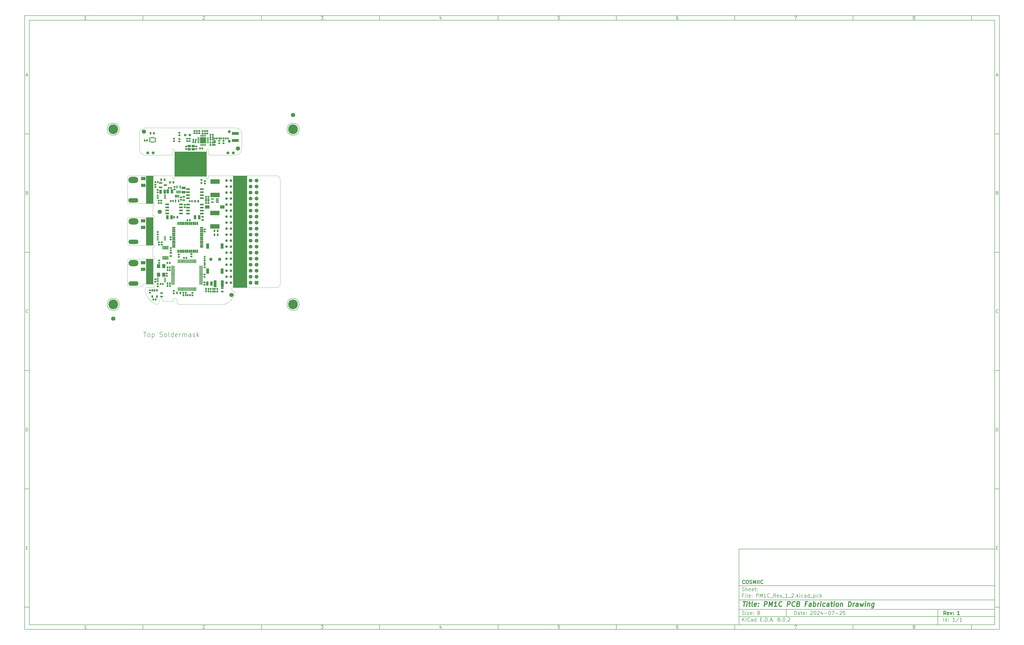
<source format=gbr>
%TF.GenerationSoftware,KiCad,Pcbnew,8.0.2*%
%TF.CreationDate,2024-09-08T21:36:52-05:00*%
%TF.ProjectId,PM1C_Rev_1_2,504d3143-5f52-4657-965f-315f322e6b69,1*%
%TF.SameCoordinates,PX297003ePY8770cd2*%
%TF.FileFunction,Soldermask,Top*%
%TF.FilePolarity,Negative*%
%FSLAX46Y46*%
G04 Gerber Fmt 4.6, Leading zero omitted, Abs format (unit mm)*
G04 Created by KiCad (PCBNEW 8.0.2) date 2024-09-08 21:36:52*
%MOMM*%
%LPD*%
G01*
G04 APERTURE LIST*
G04 Aperture macros list*
%AMRoundRect*
0 Rectangle with rounded corners*
0 $1 Rounding radius*
0 $2 $3 $4 $5 $6 $7 $8 $9 X,Y pos of 4 corners*
0 Add a 4 corners polygon primitive as box body*
4,1,4,$2,$3,$4,$5,$6,$7,$8,$9,$2,$3,0*
0 Add four circle primitives for the rounded corners*
1,1,$1+$1,$2,$3*
1,1,$1+$1,$4,$5*
1,1,$1+$1,$6,$7*
1,1,$1+$1,$8,$9*
0 Add four rect primitives between the rounded corners*
20,1,$1+$1,$2,$3,$4,$5,0*
20,1,$1+$1,$4,$5,$6,$7,0*
20,1,$1+$1,$6,$7,$8,$9,0*
20,1,$1+$1,$8,$9,$2,$3,0*%
G04 Aperture macros list end*
%ADD10C,0.100000*%
%ADD11C,0.150000*%
%ADD12C,0.300000*%
%ADD13C,0.400000*%
%ADD14C,0.050000*%
%ADD15C,0.200000*%
%ADD16C,0.203000*%
%ADD17RoundRect,0.050000X-0.375000X0.250000X-0.375000X-0.250000X0.375000X-0.250000X0.375000X0.250000X0*%
%ADD18RoundRect,0.050000X-0.200000X0.575000X-0.200000X-0.575000X0.200000X-0.575000X0.200000X0.575000X0*%
%ADD19RoundRect,0.050000X0.375000X-0.250000X0.375000X0.250000X-0.375000X0.250000X-0.375000X-0.250000X0*%
%ADD20RoundRect,0.050000X0.150000X-0.750000X0.150000X0.750000X-0.150000X0.750000X-0.150000X-0.750000X0*%
%ADD21RoundRect,0.050000X0.750000X0.150000X-0.750000X0.150000X-0.750000X-0.150000X0.750000X-0.150000X0*%
%ADD22RoundRect,0.050000X-0.250000X-0.375000X0.250000X-0.375000X0.250000X0.375000X-0.250000X0.375000X0*%
%ADD23C,1.100000*%
%ADD24RoundRect,0.050000X0.500000X-0.300000X0.500000X0.300000X-0.500000X0.300000X-0.500000X-0.300000X0*%
%ADD25RoundRect,0.050000X0.475000X0.775000X-0.475000X0.775000X-0.475000X-0.775000X0.475000X-0.775000X0*%
%ADD26RoundRect,0.050000X0.300000X0.500000X-0.300000X0.500000X-0.300000X-0.500000X0.300000X-0.500000X0*%
%ADD27RoundRect,0.050000X0.250000X0.375000X-0.250000X0.375000X-0.250000X-0.375000X0.250000X-0.375000X0*%
%ADD28RoundRect,0.050000X-0.900000X0.600000X-0.900000X-0.600000X0.900000X-0.600000X0.900000X0.600000X0*%
%ADD29RoundRect,0.050000X0.575000X0.200000X-0.575000X0.200000X-0.575000X-0.200000X0.575000X-0.200000X0*%
%ADD30C,4.113000*%
%ADD31RoundRect,0.050000X-0.575000X-1.350000X0.575000X-1.350000X0.575000X1.350000X-0.575000X1.350000X0*%
%ADD32RoundRect,0.050000X-0.300000X-0.500000X0.300000X-0.500000X0.300000X0.500000X-0.300000X0.500000X0*%
%ADD33RoundRect,0.050000X0.625000X-0.800000X0.625000X0.800000X-0.625000X0.800000X-0.625000X-0.800000X0*%
%ADD34RoundRect,0.050000X0.375000X0.150000X-0.375000X0.150000X-0.375000X-0.150000X0.375000X-0.150000X0*%
%ADD35RoundRect,0.050000X-1.350000X0.575000X-1.350000X-0.575000X1.350000X-0.575000X1.350000X0.575000X0*%
%ADD36RoundRect,0.050000X-0.475000X-0.775000X0.475000X-0.775000X0.475000X0.775000X-0.475000X0.775000X0*%
%ADD37C,1.800000*%
%ADD38RoundRect,0.050000X0.750000X0.300000X-0.750000X0.300000X-0.750000X-0.300000X0.750000X-0.300000X0*%
%ADD39RoundRect,0.050000X-1.900000X0.850000X-1.900000X-0.850000X1.900000X-0.850000X1.900000X0.850000X0*%
%ADD40RoundRect,0.050000X0.600000X0.500000X-0.600000X0.500000X-0.600000X-0.500000X0.600000X-0.500000X0*%
%ADD41RoundRect,0.050000X-0.775000X0.475000X-0.775000X-0.475000X0.775000X-0.475000X0.775000X0.475000X0*%
%ADD42RoundRect,0.050000X-0.365000X-0.150000X0.365000X-0.150000X0.365000X0.150000X-0.365000X0.150000X0*%
%ADD43RoundRect,0.050000X0.150000X-0.365000X0.150000X0.365000X-0.150000X0.365000X-0.150000X-0.365000X0*%
%ADD44RoundRect,0.050000X1.250000X-1.250000X1.250000X1.250000X-1.250000X1.250000X-1.250000X-1.250000X0*%
%ADD45O,4.164000X2.640000*%
%ADD46O,4.164000X1.928800*%
%ADD47RoundRect,0.050000X0.600000X0.250000X-0.600000X0.250000X-0.600000X-0.250000X0.600000X-0.250000X0*%
%ADD48RoundRect,0.050000X-0.250000X0.600000X-0.250000X-0.600000X0.250000X-0.600000X0.250000X0.600000X0*%
%ADD49RoundRect,0.050000X0.575000X1.050000X-0.575000X1.050000X-0.575000X-1.050000X0.575000X-1.050000X0*%
%ADD50RoundRect,0.050000X0.300000X-0.250000X0.300000X0.250000X-0.300000X0.250000X-0.300000X-0.250000X0*%
%ADD51RoundRect,0.050000X-0.500000X0.300000X-0.500000X-0.300000X0.500000X-0.300000X0.500000X0.300000X0*%
%ADD52RoundRect,0.050000X0.650000X-0.300000X0.650000X0.300000X-0.650000X0.300000X-0.650000X-0.300000X0*%
%ADD53RoundRect,0.050000X0.550000X0.550000X-0.550000X0.550000X-0.550000X-0.550000X0.550000X-0.550000X0*%
%ADD54RoundRect,0.050000X-0.575000X-1.050000X0.575000X-1.050000X0.575000X1.050000X-0.575000X1.050000X0*%
%ADD55RoundRect,0.050000X0.750000X-0.750000X0.750000X0.750000X-0.750000X0.750000X-0.750000X-0.750000X0*%
%ADD56C,1.600000*%
%ADD57RoundRect,0.050000X-0.266700X0.152400X-0.266700X-0.152400X0.266700X-0.152400X0.266700X0.152400X0*%
%ADD58RoundRect,0.050000X0.152400X0.266700X-0.152400X0.266700X-0.152400X-0.266700X0.152400X-0.266700X0*%
%ADD59RoundRect,0.050000X-0.900000X-0.600000X0.900000X-0.600000X0.900000X0.600000X-0.900000X0.600000X0*%
%ADD60RoundRect,0.050000X0.300000X-0.500000X0.300000X0.500000X-0.300000X0.500000X-0.300000X-0.500000X0*%
%ADD61RoundRect,0.050000X-0.225000X0.700000X-0.225000X-0.700000X0.225000X-0.700000X0.225000X0.700000X0*%
%ADD62RoundRect,0.050000X0.200000X-0.575000X0.200000X0.575000X-0.200000X0.575000X-0.200000X-0.575000X0*%
%ADD63C,0.900000*%
%ADD64C,1.243000*%
%ADD65C,1.241748*%
G04 APERTURE END LIST*
D10*
D11*
X268349570Y-93380206D02*
X376349570Y-93380206D01*
X376349570Y-125380206D01*
X268349570Y-125380206D01*
X268349570Y-93380206D01*
D10*
D11*
X-33450430Y132019794D02*
X378349570Y132019794D01*
X378349570Y-127380206D01*
X-33450430Y-127380206D01*
X-33450430Y132019794D01*
D10*
D11*
X-31450430Y130019794D02*
X376349570Y130019794D01*
X376349570Y-125380206D01*
X-31450430Y-125380206D01*
X-31450430Y130019794D01*
D10*
D11*
X16549570Y130019794D02*
X16549570Y132019794D01*
D10*
D11*
X66549570Y130019794D02*
X66549570Y132019794D01*
D10*
D11*
X116549570Y130019794D02*
X116549570Y132019794D01*
D10*
D11*
X166549570Y130019794D02*
X166549570Y132019794D01*
D10*
D11*
X216549570Y130019794D02*
X216549570Y132019794D01*
D10*
D11*
X266549570Y130019794D02*
X266549570Y132019794D01*
D10*
D11*
X316549570Y130019794D02*
X316549570Y132019794D01*
D10*
D11*
X366549570Y130019794D02*
X366549570Y132019794D01*
D10*
D11*
X-7361270Y130426190D02*
X-8104127Y130426190D01*
X-7732699Y130426190D02*
X-7732699Y131726190D01*
X-7732699Y131726190D02*
X-7856508Y131540475D01*
X-7856508Y131540475D02*
X-7980318Y131416666D01*
X-7980318Y131416666D02*
X-8104127Y131354761D01*
D10*
D11*
X41895873Y131602380D02*
X41957777Y131664285D01*
X41957777Y131664285D02*
X42081587Y131726190D01*
X42081587Y131726190D02*
X42391111Y131726190D01*
X42391111Y131726190D02*
X42514920Y131664285D01*
X42514920Y131664285D02*
X42576825Y131602380D01*
X42576825Y131602380D02*
X42638730Y131478571D01*
X42638730Y131478571D02*
X42638730Y131354761D01*
X42638730Y131354761D02*
X42576825Y131169047D01*
X42576825Y131169047D02*
X41833968Y130426190D01*
X41833968Y130426190D02*
X42638730Y130426190D01*
D10*
D11*
X91833968Y131726190D02*
X92638730Y131726190D01*
X92638730Y131726190D02*
X92205396Y131230952D01*
X92205396Y131230952D02*
X92391111Y131230952D01*
X92391111Y131230952D02*
X92514920Y131169047D01*
X92514920Y131169047D02*
X92576825Y131107142D01*
X92576825Y131107142D02*
X92638730Y130983333D01*
X92638730Y130983333D02*
X92638730Y130673809D01*
X92638730Y130673809D02*
X92576825Y130549999D01*
X92576825Y130549999D02*
X92514920Y130488094D01*
X92514920Y130488094D02*
X92391111Y130426190D01*
X92391111Y130426190D02*
X92019682Y130426190D01*
X92019682Y130426190D02*
X91895873Y130488094D01*
X91895873Y130488094D02*
X91833968Y130549999D01*
D10*
D11*
X142514920Y131292856D02*
X142514920Y130426190D01*
X142205396Y131788094D02*
X141895873Y130859523D01*
X141895873Y130859523D02*
X142700634Y130859523D01*
D10*
D11*
X192576825Y131726190D02*
X191957777Y131726190D01*
X191957777Y131726190D02*
X191895873Y131107142D01*
X191895873Y131107142D02*
X191957777Y131169047D01*
X191957777Y131169047D02*
X192081587Y131230952D01*
X192081587Y131230952D02*
X192391111Y131230952D01*
X192391111Y131230952D02*
X192514920Y131169047D01*
X192514920Y131169047D02*
X192576825Y131107142D01*
X192576825Y131107142D02*
X192638730Y130983333D01*
X192638730Y130983333D02*
X192638730Y130673809D01*
X192638730Y130673809D02*
X192576825Y130549999D01*
X192576825Y130549999D02*
X192514920Y130488094D01*
X192514920Y130488094D02*
X192391111Y130426190D01*
X192391111Y130426190D02*
X192081587Y130426190D01*
X192081587Y130426190D02*
X191957777Y130488094D01*
X191957777Y130488094D02*
X191895873Y130549999D01*
D10*
D11*
X242514920Y131726190D02*
X242267301Y131726190D01*
X242267301Y131726190D02*
X242143492Y131664285D01*
X242143492Y131664285D02*
X242081587Y131602380D01*
X242081587Y131602380D02*
X241957777Y131416666D01*
X241957777Y131416666D02*
X241895873Y131169047D01*
X241895873Y131169047D02*
X241895873Y130673809D01*
X241895873Y130673809D02*
X241957777Y130549999D01*
X241957777Y130549999D02*
X242019682Y130488094D01*
X242019682Y130488094D02*
X242143492Y130426190D01*
X242143492Y130426190D02*
X242391111Y130426190D01*
X242391111Y130426190D02*
X242514920Y130488094D01*
X242514920Y130488094D02*
X242576825Y130549999D01*
X242576825Y130549999D02*
X242638730Y130673809D01*
X242638730Y130673809D02*
X242638730Y130983333D01*
X242638730Y130983333D02*
X242576825Y131107142D01*
X242576825Y131107142D02*
X242514920Y131169047D01*
X242514920Y131169047D02*
X242391111Y131230952D01*
X242391111Y131230952D02*
X242143492Y131230952D01*
X242143492Y131230952D02*
X242019682Y131169047D01*
X242019682Y131169047D02*
X241957777Y131107142D01*
X241957777Y131107142D02*
X241895873Y130983333D01*
D10*
D11*
X291833968Y131726190D02*
X292700634Y131726190D01*
X292700634Y131726190D02*
X292143492Y130426190D01*
D10*
D11*
X342143492Y131169047D02*
X342019682Y131230952D01*
X342019682Y131230952D02*
X341957777Y131292856D01*
X341957777Y131292856D02*
X341895873Y131416666D01*
X341895873Y131416666D02*
X341895873Y131478571D01*
X341895873Y131478571D02*
X341957777Y131602380D01*
X341957777Y131602380D02*
X342019682Y131664285D01*
X342019682Y131664285D02*
X342143492Y131726190D01*
X342143492Y131726190D02*
X342391111Y131726190D01*
X342391111Y131726190D02*
X342514920Y131664285D01*
X342514920Y131664285D02*
X342576825Y131602380D01*
X342576825Y131602380D02*
X342638730Y131478571D01*
X342638730Y131478571D02*
X342638730Y131416666D01*
X342638730Y131416666D02*
X342576825Y131292856D01*
X342576825Y131292856D02*
X342514920Y131230952D01*
X342514920Y131230952D02*
X342391111Y131169047D01*
X342391111Y131169047D02*
X342143492Y131169047D01*
X342143492Y131169047D02*
X342019682Y131107142D01*
X342019682Y131107142D02*
X341957777Y131045237D01*
X341957777Y131045237D02*
X341895873Y130921428D01*
X341895873Y130921428D02*
X341895873Y130673809D01*
X341895873Y130673809D02*
X341957777Y130549999D01*
X341957777Y130549999D02*
X342019682Y130488094D01*
X342019682Y130488094D02*
X342143492Y130426190D01*
X342143492Y130426190D02*
X342391111Y130426190D01*
X342391111Y130426190D02*
X342514920Y130488094D01*
X342514920Y130488094D02*
X342576825Y130549999D01*
X342576825Y130549999D02*
X342638730Y130673809D01*
X342638730Y130673809D02*
X342638730Y130921428D01*
X342638730Y130921428D02*
X342576825Y131045237D01*
X342576825Y131045237D02*
X342514920Y131107142D01*
X342514920Y131107142D02*
X342391111Y131169047D01*
D10*
D11*
X16549570Y-125380206D02*
X16549570Y-127380206D01*
D10*
D11*
X66549570Y-125380206D02*
X66549570Y-127380206D01*
D10*
D11*
X116549570Y-125380206D02*
X116549570Y-127380206D01*
D10*
D11*
X166549570Y-125380206D02*
X166549570Y-127380206D01*
D10*
D11*
X216549570Y-125380206D02*
X216549570Y-127380206D01*
D10*
D11*
X266549570Y-125380206D02*
X266549570Y-127380206D01*
D10*
D11*
X316549570Y-125380206D02*
X316549570Y-127380206D01*
D10*
D11*
X366549570Y-125380206D02*
X366549570Y-127380206D01*
D10*
D11*
X-7361270Y-126973810D02*
X-8104127Y-126973810D01*
X-7732699Y-126973810D02*
X-7732699Y-125673810D01*
X-7732699Y-125673810D02*
X-7856508Y-125859525D01*
X-7856508Y-125859525D02*
X-7980318Y-125983334D01*
X-7980318Y-125983334D02*
X-8104127Y-126045239D01*
D10*
D11*
X41895873Y-125797620D02*
X41957777Y-125735715D01*
X41957777Y-125735715D02*
X42081587Y-125673810D01*
X42081587Y-125673810D02*
X42391111Y-125673810D01*
X42391111Y-125673810D02*
X42514920Y-125735715D01*
X42514920Y-125735715D02*
X42576825Y-125797620D01*
X42576825Y-125797620D02*
X42638730Y-125921429D01*
X42638730Y-125921429D02*
X42638730Y-126045239D01*
X42638730Y-126045239D02*
X42576825Y-126230953D01*
X42576825Y-126230953D02*
X41833968Y-126973810D01*
X41833968Y-126973810D02*
X42638730Y-126973810D01*
D10*
D11*
X91833968Y-125673810D02*
X92638730Y-125673810D01*
X92638730Y-125673810D02*
X92205396Y-126169048D01*
X92205396Y-126169048D02*
X92391111Y-126169048D01*
X92391111Y-126169048D02*
X92514920Y-126230953D01*
X92514920Y-126230953D02*
X92576825Y-126292858D01*
X92576825Y-126292858D02*
X92638730Y-126416667D01*
X92638730Y-126416667D02*
X92638730Y-126726191D01*
X92638730Y-126726191D02*
X92576825Y-126850001D01*
X92576825Y-126850001D02*
X92514920Y-126911906D01*
X92514920Y-126911906D02*
X92391111Y-126973810D01*
X92391111Y-126973810D02*
X92019682Y-126973810D01*
X92019682Y-126973810D02*
X91895873Y-126911906D01*
X91895873Y-126911906D02*
X91833968Y-126850001D01*
D10*
D11*
X142514920Y-126107144D02*
X142514920Y-126973810D01*
X142205396Y-125611906D02*
X141895873Y-126540477D01*
X141895873Y-126540477D02*
X142700634Y-126540477D01*
D10*
D11*
X192576825Y-125673810D02*
X191957777Y-125673810D01*
X191957777Y-125673810D02*
X191895873Y-126292858D01*
X191895873Y-126292858D02*
X191957777Y-126230953D01*
X191957777Y-126230953D02*
X192081587Y-126169048D01*
X192081587Y-126169048D02*
X192391111Y-126169048D01*
X192391111Y-126169048D02*
X192514920Y-126230953D01*
X192514920Y-126230953D02*
X192576825Y-126292858D01*
X192576825Y-126292858D02*
X192638730Y-126416667D01*
X192638730Y-126416667D02*
X192638730Y-126726191D01*
X192638730Y-126726191D02*
X192576825Y-126850001D01*
X192576825Y-126850001D02*
X192514920Y-126911906D01*
X192514920Y-126911906D02*
X192391111Y-126973810D01*
X192391111Y-126973810D02*
X192081587Y-126973810D01*
X192081587Y-126973810D02*
X191957777Y-126911906D01*
X191957777Y-126911906D02*
X191895873Y-126850001D01*
D10*
D11*
X242514920Y-125673810D02*
X242267301Y-125673810D01*
X242267301Y-125673810D02*
X242143492Y-125735715D01*
X242143492Y-125735715D02*
X242081587Y-125797620D01*
X242081587Y-125797620D02*
X241957777Y-125983334D01*
X241957777Y-125983334D02*
X241895873Y-126230953D01*
X241895873Y-126230953D02*
X241895873Y-126726191D01*
X241895873Y-126726191D02*
X241957777Y-126850001D01*
X241957777Y-126850001D02*
X242019682Y-126911906D01*
X242019682Y-126911906D02*
X242143492Y-126973810D01*
X242143492Y-126973810D02*
X242391111Y-126973810D01*
X242391111Y-126973810D02*
X242514920Y-126911906D01*
X242514920Y-126911906D02*
X242576825Y-126850001D01*
X242576825Y-126850001D02*
X242638730Y-126726191D01*
X242638730Y-126726191D02*
X242638730Y-126416667D01*
X242638730Y-126416667D02*
X242576825Y-126292858D01*
X242576825Y-126292858D02*
X242514920Y-126230953D01*
X242514920Y-126230953D02*
X242391111Y-126169048D01*
X242391111Y-126169048D02*
X242143492Y-126169048D01*
X242143492Y-126169048D02*
X242019682Y-126230953D01*
X242019682Y-126230953D02*
X241957777Y-126292858D01*
X241957777Y-126292858D02*
X241895873Y-126416667D01*
D10*
D11*
X291833968Y-125673810D02*
X292700634Y-125673810D01*
X292700634Y-125673810D02*
X292143492Y-126973810D01*
D10*
D11*
X342143492Y-126230953D02*
X342019682Y-126169048D01*
X342019682Y-126169048D02*
X341957777Y-126107144D01*
X341957777Y-126107144D02*
X341895873Y-125983334D01*
X341895873Y-125983334D02*
X341895873Y-125921429D01*
X341895873Y-125921429D02*
X341957777Y-125797620D01*
X341957777Y-125797620D02*
X342019682Y-125735715D01*
X342019682Y-125735715D02*
X342143492Y-125673810D01*
X342143492Y-125673810D02*
X342391111Y-125673810D01*
X342391111Y-125673810D02*
X342514920Y-125735715D01*
X342514920Y-125735715D02*
X342576825Y-125797620D01*
X342576825Y-125797620D02*
X342638730Y-125921429D01*
X342638730Y-125921429D02*
X342638730Y-125983334D01*
X342638730Y-125983334D02*
X342576825Y-126107144D01*
X342576825Y-126107144D02*
X342514920Y-126169048D01*
X342514920Y-126169048D02*
X342391111Y-126230953D01*
X342391111Y-126230953D02*
X342143492Y-126230953D01*
X342143492Y-126230953D02*
X342019682Y-126292858D01*
X342019682Y-126292858D02*
X341957777Y-126354763D01*
X341957777Y-126354763D02*
X341895873Y-126478572D01*
X341895873Y-126478572D02*
X341895873Y-126726191D01*
X341895873Y-126726191D02*
X341957777Y-126850001D01*
X341957777Y-126850001D02*
X342019682Y-126911906D01*
X342019682Y-126911906D02*
X342143492Y-126973810D01*
X342143492Y-126973810D02*
X342391111Y-126973810D01*
X342391111Y-126973810D02*
X342514920Y-126911906D01*
X342514920Y-126911906D02*
X342576825Y-126850001D01*
X342576825Y-126850001D02*
X342638730Y-126726191D01*
X342638730Y-126726191D02*
X342638730Y-126478572D01*
X342638730Y-126478572D02*
X342576825Y-126354763D01*
X342576825Y-126354763D02*
X342514920Y-126292858D01*
X342514920Y-126292858D02*
X342391111Y-126230953D01*
D10*
D11*
X-33450430Y82019794D02*
X-31450430Y82019794D01*
D10*
D11*
X-33450430Y32019794D02*
X-31450430Y32019794D01*
D10*
D11*
X-33450430Y-17980206D02*
X-31450430Y-17980206D01*
D10*
D11*
X-33450430Y-67980206D02*
X-31450430Y-67980206D01*
D10*
D11*
X-33450430Y-117980206D02*
X-31450430Y-117980206D01*
D10*
D11*
X-32759954Y106797618D02*
X-32140907Y106797618D01*
X-32883764Y106426190D02*
X-32450431Y107726190D01*
X-32450431Y107726190D02*
X-32017097Y106426190D01*
D10*
D11*
X-32357573Y57107142D02*
X-32171859Y57045237D01*
X-32171859Y57045237D02*
X-32109954Y56983333D01*
X-32109954Y56983333D02*
X-32048050Y56859523D01*
X-32048050Y56859523D02*
X-32048050Y56673809D01*
X-32048050Y56673809D02*
X-32109954Y56549999D01*
X-32109954Y56549999D02*
X-32171859Y56488094D01*
X-32171859Y56488094D02*
X-32295669Y56426190D01*
X-32295669Y56426190D02*
X-32790907Y56426190D01*
X-32790907Y56426190D02*
X-32790907Y57726190D01*
X-32790907Y57726190D02*
X-32357573Y57726190D01*
X-32357573Y57726190D02*
X-32233764Y57664285D01*
X-32233764Y57664285D02*
X-32171859Y57602380D01*
X-32171859Y57602380D02*
X-32109954Y57478571D01*
X-32109954Y57478571D02*
X-32109954Y57354761D01*
X-32109954Y57354761D02*
X-32171859Y57230952D01*
X-32171859Y57230952D02*
X-32233764Y57169047D01*
X-32233764Y57169047D02*
X-32357573Y57107142D01*
X-32357573Y57107142D02*
X-32790907Y57107142D01*
D10*
D11*
X-32048050Y6549999D02*
X-32109954Y6488094D01*
X-32109954Y6488094D02*
X-32295669Y6426190D01*
X-32295669Y6426190D02*
X-32419478Y6426190D01*
X-32419478Y6426190D02*
X-32605192Y6488094D01*
X-32605192Y6488094D02*
X-32729002Y6611904D01*
X-32729002Y6611904D02*
X-32790907Y6735714D01*
X-32790907Y6735714D02*
X-32852811Y6983333D01*
X-32852811Y6983333D02*
X-32852811Y7169047D01*
X-32852811Y7169047D02*
X-32790907Y7416666D01*
X-32790907Y7416666D02*
X-32729002Y7540475D01*
X-32729002Y7540475D02*
X-32605192Y7664285D01*
X-32605192Y7664285D02*
X-32419478Y7726190D01*
X-32419478Y7726190D02*
X-32295669Y7726190D01*
X-32295669Y7726190D02*
X-32109954Y7664285D01*
X-32109954Y7664285D02*
X-32048050Y7602380D01*
D10*
D11*
X-32790907Y-43573810D02*
X-32790907Y-42273810D01*
X-32790907Y-42273810D02*
X-32481383Y-42273810D01*
X-32481383Y-42273810D02*
X-32295669Y-42335715D01*
X-32295669Y-42335715D02*
X-32171859Y-42459525D01*
X-32171859Y-42459525D02*
X-32109954Y-42583334D01*
X-32109954Y-42583334D02*
X-32048050Y-42830953D01*
X-32048050Y-42830953D02*
X-32048050Y-43016667D01*
X-32048050Y-43016667D02*
X-32109954Y-43264286D01*
X-32109954Y-43264286D02*
X-32171859Y-43388096D01*
X-32171859Y-43388096D02*
X-32295669Y-43511906D01*
X-32295669Y-43511906D02*
X-32481383Y-43573810D01*
X-32481383Y-43573810D02*
X-32790907Y-43573810D01*
D10*
D11*
X-32729002Y-92892858D02*
X-32295668Y-92892858D01*
X-32109954Y-93573810D02*
X-32729002Y-93573810D01*
X-32729002Y-93573810D02*
X-32729002Y-92273810D01*
X-32729002Y-92273810D02*
X-32109954Y-92273810D01*
D10*
D11*
X378349570Y82019794D02*
X376349570Y82019794D01*
D10*
D11*
X378349570Y32019794D02*
X376349570Y32019794D01*
D10*
D11*
X378349570Y-17980206D02*
X376349570Y-17980206D01*
D10*
D11*
X378349570Y-67980206D02*
X376349570Y-67980206D01*
D10*
D11*
X378349570Y-117980206D02*
X376349570Y-117980206D01*
D10*
D11*
X377040046Y106797618D02*
X377659093Y106797618D01*
X376916236Y106426190D02*
X377349569Y107726190D01*
X377349569Y107726190D02*
X377782903Y106426190D01*
D10*
D11*
X377442427Y57107142D02*
X377628141Y57045237D01*
X377628141Y57045237D02*
X377690046Y56983333D01*
X377690046Y56983333D02*
X377751950Y56859523D01*
X377751950Y56859523D02*
X377751950Y56673809D01*
X377751950Y56673809D02*
X377690046Y56549999D01*
X377690046Y56549999D02*
X377628141Y56488094D01*
X377628141Y56488094D02*
X377504331Y56426190D01*
X377504331Y56426190D02*
X377009093Y56426190D01*
X377009093Y56426190D02*
X377009093Y57726190D01*
X377009093Y57726190D02*
X377442427Y57726190D01*
X377442427Y57726190D02*
X377566236Y57664285D01*
X377566236Y57664285D02*
X377628141Y57602380D01*
X377628141Y57602380D02*
X377690046Y57478571D01*
X377690046Y57478571D02*
X377690046Y57354761D01*
X377690046Y57354761D02*
X377628141Y57230952D01*
X377628141Y57230952D02*
X377566236Y57169047D01*
X377566236Y57169047D02*
X377442427Y57107142D01*
X377442427Y57107142D02*
X377009093Y57107142D01*
D10*
D11*
X377751950Y6549999D02*
X377690046Y6488094D01*
X377690046Y6488094D02*
X377504331Y6426190D01*
X377504331Y6426190D02*
X377380522Y6426190D01*
X377380522Y6426190D02*
X377194808Y6488094D01*
X377194808Y6488094D02*
X377070998Y6611904D01*
X377070998Y6611904D02*
X377009093Y6735714D01*
X377009093Y6735714D02*
X376947189Y6983333D01*
X376947189Y6983333D02*
X376947189Y7169047D01*
X376947189Y7169047D02*
X377009093Y7416666D01*
X377009093Y7416666D02*
X377070998Y7540475D01*
X377070998Y7540475D02*
X377194808Y7664285D01*
X377194808Y7664285D02*
X377380522Y7726190D01*
X377380522Y7726190D02*
X377504331Y7726190D01*
X377504331Y7726190D02*
X377690046Y7664285D01*
X377690046Y7664285D02*
X377751950Y7602380D01*
D10*
D11*
X377009093Y-43573810D02*
X377009093Y-42273810D01*
X377009093Y-42273810D02*
X377318617Y-42273810D01*
X377318617Y-42273810D02*
X377504331Y-42335715D01*
X377504331Y-42335715D02*
X377628141Y-42459525D01*
X377628141Y-42459525D02*
X377690046Y-42583334D01*
X377690046Y-42583334D02*
X377751950Y-42830953D01*
X377751950Y-42830953D02*
X377751950Y-43016667D01*
X377751950Y-43016667D02*
X377690046Y-43264286D01*
X377690046Y-43264286D02*
X377628141Y-43388096D01*
X377628141Y-43388096D02*
X377504331Y-43511906D01*
X377504331Y-43511906D02*
X377318617Y-43573810D01*
X377318617Y-43573810D02*
X377009093Y-43573810D01*
D10*
D11*
X377070998Y-92892858D02*
X377504332Y-92892858D01*
X377690046Y-93573810D02*
X377070998Y-93573810D01*
X377070998Y-93573810D02*
X377070998Y-92273810D01*
X377070998Y-92273810D02*
X377690046Y-92273810D01*
D10*
D11*
X291805396Y-121166334D02*
X291805396Y-119666334D01*
X291805396Y-119666334D02*
X292162539Y-119666334D01*
X292162539Y-119666334D02*
X292376825Y-119737763D01*
X292376825Y-119737763D02*
X292519682Y-119880620D01*
X292519682Y-119880620D02*
X292591111Y-120023477D01*
X292591111Y-120023477D02*
X292662539Y-120309191D01*
X292662539Y-120309191D02*
X292662539Y-120523477D01*
X292662539Y-120523477D02*
X292591111Y-120809191D01*
X292591111Y-120809191D02*
X292519682Y-120952048D01*
X292519682Y-120952048D02*
X292376825Y-121094906D01*
X292376825Y-121094906D02*
X292162539Y-121166334D01*
X292162539Y-121166334D02*
X291805396Y-121166334D01*
X293948254Y-121166334D02*
X293948254Y-120380620D01*
X293948254Y-120380620D02*
X293876825Y-120237763D01*
X293876825Y-120237763D02*
X293733968Y-120166334D01*
X293733968Y-120166334D02*
X293448254Y-120166334D01*
X293448254Y-120166334D02*
X293305396Y-120237763D01*
X293948254Y-121094906D02*
X293805396Y-121166334D01*
X293805396Y-121166334D02*
X293448254Y-121166334D01*
X293448254Y-121166334D02*
X293305396Y-121094906D01*
X293305396Y-121094906D02*
X293233968Y-120952048D01*
X293233968Y-120952048D02*
X293233968Y-120809191D01*
X293233968Y-120809191D02*
X293305396Y-120666334D01*
X293305396Y-120666334D02*
X293448254Y-120594906D01*
X293448254Y-120594906D02*
X293805396Y-120594906D01*
X293805396Y-120594906D02*
X293948254Y-120523477D01*
X294448254Y-120166334D02*
X295019682Y-120166334D01*
X294662539Y-119666334D02*
X294662539Y-120952048D01*
X294662539Y-120952048D02*
X294733968Y-121094906D01*
X294733968Y-121094906D02*
X294876825Y-121166334D01*
X294876825Y-121166334D02*
X295019682Y-121166334D01*
X296091111Y-121094906D02*
X295948254Y-121166334D01*
X295948254Y-121166334D02*
X295662540Y-121166334D01*
X295662540Y-121166334D02*
X295519682Y-121094906D01*
X295519682Y-121094906D02*
X295448254Y-120952048D01*
X295448254Y-120952048D02*
X295448254Y-120380620D01*
X295448254Y-120380620D02*
X295519682Y-120237763D01*
X295519682Y-120237763D02*
X295662540Y-120166334D01*
X295662540Y-120166334D02*
X295948254Y-120166334D01*
X295948254Y-120166334D02*
X296091111Y-120237763D01*
X296091111Y-120237763D02*
X296162540Y-120380620D01*
X296162540Y-120380620D02*
X296162540Y-120523477D01*
X296162540Y-120523477D02*
X295448254Y-120666334D01*
X296805396Y-121023477D02*
X296876825Y-121094906D01*
X296876825Y-121094906D02*
X296805396Y-121166334D01*
X296805396Y-121166334D02*
X296733968Y-121094906D01*
X296733968Y-121094906D02*
X296805396Y-121023477D01*
X296805396Y-121023477D02*
X296805396Y-121166334D01*
X296805396Y-120237763D02*
X296876825Y-120309191D01*
X296876825Y-120309191D02*
X296805396Y-120380620D01*
X296805396Y-120380620D02*
X296733968Y-120309191D01*
X296733968Y-120309191D02*
X296805396Y-120237763D01*
X296805396Y-120237763D02*
X296805396Y-120380620D01*
X298591111Y-119809191D02*
X298662539Y-119737763D01*
X298662539Y-119737763D02*
X298805397Y-119666334D01*
X298805397Y-119666334D02*
X299162539Y-119666334D01*
X299162539Y-119666334D02*
X299305397Y-119737763D01*
X299305397Y-119737763D02*
X299376825Y-119809191D01*
X299376825Y-119809191D02*
X299448254Y-119952048D01*
X299448254Y-119952048D02*
X299448254Y-120094906D01*
X299448254Y-120094906D02*
X299376825Y-120309191D01*
X299376825Y-120309191D02*
X298519682Y-121166334D01*
X298519682Y-121166334D02*
X299448254Y-121166334D01*
X300376825Y-119666334D02*
X300519682Y-119666334D01*
X300519682Y-119666334D02*
X300662539Y-119737763D01*
X300662539Y-119737763D02*
X300733968Y-119809191D01*
X300733968Y-119809191D02*
X300805396Y-119952048D01*
X300805396Y-119952048D02*
X300876825Y-120237763D01*
X300876825Y-120237763D02*
X300876825Y-120594906D01*
X300876825Y-120594906D02*
X300805396Y-120880620D01*
X300805396Y-120880620D02*
X300733968Y-121023477D01*
X300733968Y-121023477D02*
X300662539Y-121094906D01*
X300662539Y-121094906D02*
X300519682Y-121166334D01*
X300519682Y-121166334D02*
X300376825Y-121166334D01*
X300376825Y-121166334D02*
X300233968Y-121094906D01*
X300233968Y-121094906D02*
X300162539Y-121023477D01*
X300162539Y-121023477D02*
X300091110Y-120880620D01*
X300091110Y-120880620D02*
X300019682Y-120594906D01*
X300019682Y-120594906D02*
X300019682Y-120237763D01*
X300019682Y-120237763D02*
X300091110Y-119952048D01*
X300091110Y-119952048D02*
X300162539Y-119809191D01*
X300162539Y-119809191D02*
X300233968Y-119737763D01*
X300233968Y-119737763D02*
X300376825Y-119666334D01*
X301448253Y-119809191D02*
X301519681Y-119737763D01*
X301519681Y-119737763D02*
X301662539Y-119666334D01*
X301662539Y-119666334D02*
X302019681Y-119666334D01*
X302019681Y-119666334D02*
X302162539Y-119737763D01*
X302162539Y-119737763D02*
X302233967Y-119809191D01*
X302233967Y-119809191D02*
X302305396Y-119952048D01*
X302305396Y-119952048D02*
X302305396Y-120094906D01*
X302305396Y-120094906D02*
X302233967Y-120309191D01*
X302233967Y-120309191D02*
X301376824Y-121166334D01*
X301376824Y-121166334D02*
X302305396Y-121166334D01*
X303591110Y-120166334D02*
X303591110Y-121166334D01*
X303233967Y-119594906D02*
X302876824Y-120666334D01*
X302876824Y-120666334D02*
X303805395Y-120666334D01*
X304376823Y-120594906D02*
X305519681Y-120594906D01*
X306519681Y-119666334D02*
X306662538Y-119666334D01*
X306662538Y-119666334D02*
X306805395Y-119737763D01*
X306805395Y-119737763D02*
X306876824Y-119809191D01*
X306876824Y-119809191D02*
X306948252Y-119952048D01*
X306948252Y-119952048D02*
X307019681Y-120237763D01*
X307019681Y-120237763D02*
X307019681Y-120594906D01*
X307019681Y-120594906D02*
X306948252Y-120880620D01*
X306948252Y-120880620D02*
X306876824Y-121023477D01*
X306876824Y-121023477D02*
X306805395Y-121094906D01*
X306805395Y-121094906D02*
X306662538Y-121166334D01*
X306662538Y-121166334D02*
X306519681Y-121166334D01*
X306519681Y-121166334D02*
X306376824Y-121094906D01*
X306376824Y-121094906D02*
X306305395Y-121023477D01*
X306305395Y-121023477D02*
X306233966Y-120880620D01*
X306233966Y-120880620D02*
X306162538Y-120594906D01*
X306162538Y-120594906D02*
X306162538Y-120237763D01*
X306162538Y-120237763D02*
X306233966Y-119952048D01*
X306233966Y-119952048D02*
X306305395Y-119809191D01*
X306305395Y-119809191D02*
X306376824Y-119737763D01*
X306376824Y-119737763D02*
X306519681Y-119666334D01*
X307519680Y-119666334D02*
X308519680Y-119666334D01*
X308519680Y-119666334D02*
X307876823Y-121166334D01*
X309091108Y-120594906D02*
X310233966Y-120594906D01*
X310876823Y-119809191D02*
X310948251Y-119737763D01*
X310948251Y-119737763D02*
X311091109Y-119666334D01*
X311091109Y-119666334D02*
X311448251Y-119666334D01*
X311448251Y-119666334D02*
X311591109Y-119737763D01*
X311591109Y-119737763D02*
X311662537Y-119809191D01*
X311662537Y-119809191D02*
X311733966Y-119952048D01*
X311733966Y-119952048D02*
X311733966Y-120094906D01*
X311733966Y-120094906D02*
X311662537Y-120309191D01*
X311662537Y-120309191D02*
X310805394Y-121166334D01*
X310805394Y-121166334D02*
X311733966Y-121166334D01*
X313091108Y-119666334D02*
X312376822Y-119666334D01*
X312376822Y-119666334D02*
X312305394Y-120380620D01*
X312305394Y-120380620D02*
X312376822Y-120309191D01*
X312376822Y-120309191D02*
X312519680Y-120237763D01*
X312519680Y-120237763D02*
X312876822Y-120237763D01*
X312876822Y-120237763D02*
X313019680Y-120309191D01*
X313019680Y-120309191D02*
X313091108Y-120380620D01*
X313091108Y-120380620D02*
X313162537Y-120523477D01*
X313162537Y-120523477D02*
X313162537Y-120880620D01*
X313162537Y-120880620D02*
X313091108Y-121023477D01*
X313091108Y-121023477D02*
X313019680Y-121094906D01*
X313019680Y-121094906D02*
X312876822Y-121166334D01*
X312876822Y-121166334D02*
X312519680Y-121166334D01*
X312519680Y-121166334D02*
X312376822Y-121094906D01*
X312376822Y-121094906D02*
X312305394Y-121023477D01*
D10*
D11*
X268349570Y-121880206D02*
X376349570Y-121880206D01*
D10*
D11*
X269805396Y-123966334D02*
X269805396Y-122466334D01*
X270662539Y-123966334D02*
X270019682Y-123109191D01*
X270662539Y-122466334D02*
X269805396Y-123323477D01*
X271305396Y-123966334D02*
X271305396Y-122966334D01*
X271305396Y-122466334D02*
X271233968Y-122537763D01*
X271233968Y-122537763D02*
X271305396Y-122609191D01*
X271305396Y-122609191D02*
X271376825Y-122537763D01*
X271376825Y-122537763D02*
X271305396Y-122466334D01*
X271305396Y-122466334D02*
X271305396Y-122609191D01*
X272876825Y-123823477D02*
X272805397Y-123894906D01*
X272805397Y-123894906D02*
X272591111Y-123966334D01*
X272591111Y-123966334D02*
X272448254Y-123966334D01*
X272448254Y-123966334D02*
X272233968Y-123894906D01*
X272233968Y-123894906D02*
X272091111Y-123752048D01*
X272091111Y-123752048D02*
X272019682Y-123609191D01*
X272019682Y-123609191D02*
X271948254Y-123323477D01*
X271948254Y-123323477D02*
X271948254Y-123109191D01*
X271948254Y-123109191D02*
X272019682Y-122823477D01*
X272019682Y-122823477D02*
X272091111Y-122680620D01*
X272091111Y-122680620D02*
X272233968Y-122537763D01*
X272233968Y-122537763D02*
X272448254Y-122466334D01*
X272448254Y-122466334D02*
X272591111Y-122466334D01*
X272591111Y-122466334D02*
X272805397Y-122537763D01*
X272805397Y-122537763D02*
X272876825Y-122609191D01*
X274162540Y-123966334D02*
X274162540Y-123180620D01*
X274162540Y-123180620D02*
X274091111Y-123037763D01*
X274091111Y-123037763D02*
X273948254Y-122966334D01*
X273948254Y-122966334D02*
X273662540Y-122966334D01*
X273662540Y-122966334D02*
X273519682Y-123037763D01*
X274162540Y-123894906D02*
X274019682Y-123966334D01*
X274019682Y-123966334D02*
X273662540Y-123966334D01*
X273662540Y-123966334D02*
X273519682Y-123894906D01*
X273519682Y-123894906D02*
X273448254Y-123752048D01*
X273448254Y-123752048D02*
X273448254Y-123609191D01*
X273448254Y-123609191D02*
X273519682Y-123466334D01*
X273519682Y-123466334D02*
X273662540Y-123394906D01*
X273662540Y-123394906D02*
X274019682Y-123394906D01*
X274019682Y-123394906D02*
X274162540Y-123323477D01*
X275519683Y-123966334D02*
X275519683Y-122466334D01*
X275519683Y-123894906D02*
X275376825Y-123966334D01*
X275376825Y-123966334D02*
X275091111Y-123966334D01*
X275091111Y-123966334D02*
X274948254Y-123894906D01*
X274948254Y-123894906D02*
X274876825Y-123823477D01*
X274876825Y-123823477D02*
X274805397Y-123680620D01*
X274805397Y-123680620D02*
X274805397Y-123252048D01*
X274805397Y-123252048D02*
X274876825Y-123109191D01*
X274876825Y-123109191D02*
X274948254Y-123037763D01*
X274948254Y-123037763D02*
X275091111Y-122966334D01*
X275091111Y-122966334D02*
X275376825Y-122966334D01*
X275376825Y-122966334D02*
X275519683Y-123037763D01*
X277376825Y-123180620D02*
X277876825Y-123180620D01*
X278091111Y-123966334D02*
X277376825Y-123966334D01*
X277376825Y-123966334D02*
X277376825Y-122466334D01*
X277376825Y-122466334D02*
X278091111Y-122466334D01*
X278733968Y-123823477D02*
X278805397Y-123894906D01*
X278805397Y-123894906D02*
X278733968Y-123966334D01*
X278733968Y-123966334D02*
X278662540Y-123894906D01*
X278662540Y-123894906D02*
X278733968Y-123823477D01*
X278733968Y-123823477D02*
X278733968Y-123966334D01*
X279448254Y-123966334D02*
X279448254Y-122466334D01*
X279448254Y-122466334D02*
X279805397Y-122466334D01*
X279805397Y-122466334D02*
X280019683Y-122537763D01*
X280019683Y-122537763D02*
X280162540Y-122680620D01*
X280162540Y-122680620D02*
X280233969Y-122823477D01*
X280233969Y-122823477D02*
X280305397Y-123109191D01*
X280305397Y-123109191D02*
X280305397Y-123323477D01*
X280305397Y-123323477D02*
X280233969Y-123609191D01*
X280233969Y-123609191D02*
X280162540Y-123752048D01*
X280162540Y-123752048D02*
X280019683Y-123894906D01*
X280019683Y-123894906D02*
X279805397Y-123966334D01*
X279805397Y-123966334D02*
X279448254Y-123966334D01*
X280948254Y-123823477D02*
X281019683Y-123894906D01*
X281019683Y-123894906D02*
X280948254Y-123966334D01*
X280948254Y-123966334D02*
X280876826Y-123894906D01*
X280876826Y-123894906D02*
X280948254Y-123823477D01*
X280948254Y-123823477D02*
X280948254Y-123966334D01*
X281591112Y-123537763D02*
X282305398Y-123537763D01*
X281448255Y-123966334D02*
X281948255Y-122466334D01*
X281948255Y-122466334D02*
X282448255Y-123966334D01*
X282948254Y-123823477D02*
X283019683Y-123894906D01*
X283019683Y-123894906D02*
X282948254Y-123966334D01*
X282948254Y-123966334D02*
X282876826Y-123894906D01*
X282876826Y-123894906D02*
X282948254Y-123823477D01*
X282948254Y-123823477D02*
X282948254Y-123966334D01*
X285019683Y-123109191D02*
X284876826Y-123037763D01*
X284876826Y-123037763D02*
X284805397Y-122966334D01*
X284805397Y-122966334D02*
X284733969Y-122823477D01*
X284733969Y-122823477D02*
X284733969Y-122752048D01*
X284733969Y-122752048D02*
X284805397Y-122609191D01*
X284805397Y-122609191D02*
X284876826Y-122537763D01*
X284876826Y-122537763D02*
X285019683Y-122466334D01*
X285019683Y-122466334D02*
X285305397Y-122466334D01*
X285305397Y-122466334D02*
X285448255Y-122537763D01*
X285448255Y-122537763D02*
X285519683Y-122609191D01*
X285519683Y-122609191D02*
X285591112Y-122752048D01*
X285591112Y-122752048D02*
X285591112Y-122823477D01*
X285591112Y-122823477D02*
X285519683Y-122966334D01*
X285519683Y-122966334D02*
X285448255Y-123037763D01*
X285448255Y-123037763D02*
X285305397Y-123109191D01*
X285305397Y-123109191D02*
X285019683Y-123109191D01*
X285019683Y-123109191D02*
X284876826Y-123180620D01*
X284876826Y-123180620D02*
X284805397Y-123252048D01*
X284805397Y-123252048D02*
X284733969Y-123394906D01*
X284733969Y-123394906D02*
X284733969Y-123680620D01*
X284733969Y-123680620D02*
X284805397Y-123823477D01*
X284805397Y-123823477D02*
X284876826Y-123894906D01*
X284876826Y-123894906D02*
X285019683Y-123966334D01*
X285019683Y-123966334D02*
X285305397Y-123966334D01*
X285305397Y-123966334D02*
X285448255Y-123894906D01*
X285448255Y-123894906D02*
X285519683Y-123823477D01*
X285519683Y-123823477D02*
X285591112Y-123680620D01*
X285591112Y-123680620D02*
X285591112Y-123394906D01*
X285591112Y-123394906D02*
X285519683Y-123252048D01*
X285519683Y-123252048D02*
X285448255Y-123180620D01*
X285448255Y-123180620D02*
X285305397Y-123109191D01*
X286233968Y-123823477D02*
X286305397Y-123894906D01*
X286305397Y-123894906D02*
X286233968Y-123966334D01*
X286233968Y-123966334D02*
X286162540Y-123894906D01*
X286162540Y-123894906D02*
X286233968Y-123823477D01*
X286233968Y-123823477D02*
X286233968Y-123966334D01*
X287233969Y-122466334D02*
X287376826Y-122466334D01*
X287376826Y-122466334D02*
X287519683Y-122537763D01*
X287519683Y-122537763D02*
X287591112Y-122609191D01*
X287591112Y-122609191D02*
X287662540Y-122752048D01*
X287662540Y-122752048D02*
X287733969Y-123037763D01*
X287733969Y-123037763D02*
X287733969Y-123394906D01*
X287733969Y-123394906D02*
X287662540Y-123680620D01*
X287662540Y-123680620D02*
X287591112Y-123823477D01*
X287591112Y-123823477D02*
X287519683Y-123894906D01*
X287519683Y-123894906D02*
X287376826Y-123966334D01*
X287376826Y-123966334D02*
X287233969Y-123966334D01*
X287233969Y-123966334D02*
X287091112Y-123894906D01*
X287091112Y-123894906D02*
X287019683Y-123823477D01*
X287019683Y-123823477D02*
X286948254Y-123680620D01*
X286948254Y-123680620D02*
X286876826Y-123394906D01*
X286876826Y-123394906D02*
X286876826Y-123037763D01*
X286876826Y-123037763D02*
X286948254Y-122752048D01*
X286948254Y-122752048D02*
X287019683Y-122609191D01*
X287019683Y-122609191D02*
X287091112Y-122537763D01*
X287091112Y-122537763D02*
X287233969Y-122466334D01*
X288376825Y-123823477D02*
X288448254Y-123894906D01*
X288448254Y-123894906D02*
X288376825Y-123966334D01*
X288376825Y-123966334D02*
X288305397Y-123894906D01*
X288305397Y-123894906D02*
X288376825Y-123823477D01*
X288376825Y-123823477D02*
X288376825Y-123966334D01*
X289019683Y-122609191D02*
X289091111Y-122537763D01*
X289091111Y-122537763D02*
X289233969Y-122466334D01*
X289233969Y-122466334D02*
X289591111Y-122466334D01*
X289591111Y-122466334D02*
X289733969Y-122537763D01*
X289733969Y-122537763D02*
X289805397Y-122609191D01*
X289805397Y-122609191D02*
X289876826Y-122752048D01*
X289876826Y-122752048D02*
X289876826Y-122894906D01*
X289876826Y-122894906D02*
X289805397Y-123109191D01*
X289805397Y-123109191D02*
X288948254Y-123966334D01*
X288948254Y-123966334D02*
X289876826Y-123966334D01*
D10*
D11*
X268349570Y-118880206D02*
X376349570Y-118880206D01*
D10*
D12*
X355761223Y-121158534D02*
X355261223Y-120444248D01*
X354904080Y-121158534D02*
X354904080Y-119658534D01*
X354904080Y-119658534D02*
X355475509Y-119658534D01*
X355475509Y-119658534D02*
X355618366Y-119729963D01*
X355618366Y-119729963D02*
X355689795Y-119801391D01*
X355689795Y-119801391D02*
X355761223Y-119944248D01*
X355761223Y-119944248D02*
X355761223Y-120158534D01*
X355761223Y-120158534D02*
X355689795Y-120301391D01*
X355689795Y-120301391D02*
X355618366Y-120372820D01*
X355618366Y-120372820D02*
X355475509Y-120444248D01*
X355475509Y-120444248D02*
X354904080Y-120444248D01*
X356975509Y-121087106D02*
X356832652Y-121158534D01*
X356832652Y-121158534D02*
X356546938Y-121158534D01*
X356546938Y-121158534D02*
X356404080Y-121087106D01*
X356404080Y-121087106D02*
X356332652Y-120944248D01*
X356332652Y-120944248D02*
X356332652Y-120372820D01*
X356332652Y-120372820D02*
X356404080Y-120229963D01*
X356404080Y-120229963D02*
X356546938Y-120158534D01*
X356546938Y-120158534D02*
X356832652Y-120158534D01*
X356832652Y-120158534D02*
X356975509Y-120229963D01*
X356975509Y-120229963D02*
X357046938Y-120372820D01*
X357046938Y-120372820D02*
X357046938Y-120515677D01*
X357046938Y-120515677D02*
X356332652Y-120658534D01*
X357546937Y-120158534D02*
X357904080Y-121158534D01*
X357904080Y-121158534D02*
X358261223Y-120158534D01*
X358832651Y-121015677D02*
X358904080Y-121087106D01*
X358904080Y-121087106D02*
X358832651Y-121158534D01*
X358832651Y-121158534D02*
X358761223Y-121087106D01*
X358761223Y-121087106D02*
X358832651Y-121015677D01*
X358832651Y-121015677D02*
X358832651Y-121158534D01*
X358832651Y-120229963D02*
X358904080Y-120301391D01*
X358904080Y-120301391D02*
X358832651Y-120372820D01*
X358832651Y-120372820D02*
X358761223Y-120301391D01*
X358761223Y-120301391D02*
X358832651Y-120229963D01*
X358832651Y-120229963D02*
X358832651Y-120372820D01*
X361475509Y-121158534D02*
X360618366Y-121158534D01*
X361046937Y-121158534D02*
X361046937Y-119658534D01*
X361046937Y-119658534D02*
X360904080Y-119872820D01*
X360904080Y-119872820D02*
X360761223Y-120015677D01*
X360761223Y-120015677D02*
X360618366Y-120087106D01*
D10*
D11*
X269733968Y-121094906D02*
X269948254Y-121166334D01*
X269948254Y-121166334D02*
X270305396Y-121166334D01*
X270305396Y-121166334D02*
X270448254Y-121094906D01*
X270448254Y-121094906D02*
X270519682Y-121023477D01*
X270519682Y-121023477D02*
X270591111Y-120880620D01*
X270591111Y-120880620D02*
X270591111Y-120737763D01*
X270591111Y-120737763D02*
X270519682Y-120594906D01*
X270519682Y-120594906D02*
X270448254Y-120523477D01*
X270448254Y-120523477D02*
X270305396Y-120452048D01*
X270305396Y-120452048D02*
X270019682Y-120380620D01*
X270019682Y-120380620D02*
X269876825Y-120309191D01*
X269876825Y-120309191D02*
X269805396Y-120237763D01*
X269805396Y-120237763D02*
X269733968Y-120094906D01*
X269733968Y-120094906D02*
X269733968Y-119952048D01*
X269733968Y-119952048D02*
X269805396Y-119809191D01*
X269805396Y-119809191D02*
X269876825Y-119737763D01*
X269876825Y-119737763D02*
X270019682Y-119666334D01*
X270019682Y-119666334D02*
X270376825Y-119666334D01*
X270376825Y-119666334D02*
X270591111Y-119737763D01*
X271233967Y-121166334D02*
X271233967Y-120166334D01*
X271233967Y-119666334D02*
X271162539Y-119737763D01*
X271162539Y-119737763D02*
X271233967Y-119809191D01*
X271233967Y-119809191D02*
X271305396Y-119737763D01*
X271305396Y-119737763D02*
X271233967Y-119666334D01*
X271233967Y-119666334D02*
X271233967Y-119809191D01*
X271805396Y-120166334D02*
X272591111Y-120166334D01*
X272591111Y-120166334D02*
X271805396Y-121166334D01*
X271805396Y-121166334D02*
X272591111Y-121166334D01*
X273733968Y-121094906D02*
X273591111Y-121166334D01*
X273591111Y-121166334D02*
X273305397Y-121166334D01*
X273305397Y-121166334D02*
X273162539Y-121094906D01*
X273162539Y-121094906D02*
X273091111Y-120952048D01*
X273091111Y-120952048D02*
X273091111Y-120380620D01*
X273091111Y-120380620D02*
X273162539Y-120237763D01*
X273162539Y-120237763D02*
X273305397Y-120166334D01*
X273305397Y-120166334D02*
X273591111Y-120166334D01*
X273591111Y-120166334D02*
X273733968Y-120237763D01*
X273733968Y-120237763D02*
X273805397Y-120380620D01*
X273805397Y-120380620D02*
X273805397Y-120523477D01*
X273805397Y-120523477D02*
X273091111Y-120666334D01*
X274448253Y-121023477D02*
X274519682Y-121094906D01*
X274519682Y-121094906D02*
X274448253Y-121166334D01*
X274448253Y-121166334D02*
X274376825Y-121094906D01*
X274376825Y-121094906D02*
X274448253Y-121023477D01*
X274448253Y-121023477D02*
X274448253Y-121166334D01*
X274448253Y-120237763D02*
X274519682Y-120309191D01*
X274519682Y-120309191D02*
X274448253Y-120380620D01*
X274448253Y-120380620D02*
X274376825Y-120309191D01*
X274376825Y-120309191D02*
X274448253Y-120237763D01*
X274448253Y-120237763D02*
X274448253Y-120380620D01*
X276805396Y-120380620D02*
X277019682Y-120452048D01*
X277019682Y-120452048D02*
X277091111Y-120523477D01*
X277091111Y-120523477D02*
X277162539Y-120666334D01*
X277162539Y-120666334D02*
X277162539Y-120880620D01*
X277162539Y-120880620D02*
X277091111Y-121023477D01*
X277091111Y-121023477D02*
X277019682Y-121094906D01*
X277019682Y-121094906D02*
X276876825Y-121166334D01*
X276876825Y-121166334D02*
X276305396Y-121166334D01*
X276305396Y-121166334D02*
X276305396Y-119666334D01*
X276305396Y-119666334D02*
X276805396Y-119666334D01*
X276805396Y-119666334D02*
X276948254Y-119737763D01*
X276948254Y-119737763D02*
X277019682Y-119809191D01*
X277019682Y-119809191D02*
X277091111Y-119952048D01*
X277091111Y-119952048D02*
X277091111Y-120094906D01*
X277091111Y-120094906D02*
X277019682Y-120237763D01*
X277019682Y-120237763D02*
X276948254Y-120309191D01*
X276948254Y-120309191D02*
X276805396Y-120380620D01*
X276805396Y-120380620D02*
X276305396Y-120380620D01*
D10*
D11*
X354805396Y-123966334D02*
X354805396Y-122466334D01*
X356162540Y-123966334D02*
X356162540Y-122466334D01*
X356162540Y-123894906D02*
X356019682Y-123966334D01*
X356019682Y-123966334D02*
X355733968Y-123966334D01*
X355733968Y-123966334D02*
X355591111Y-123894906D01*
X355591111Y-123894906D02*
X355519682Y-123823477D01*
X355519682Y-123823477D02*
X355448254Y-123680620D01*
X355448254Y-123680620D02*
X355448254Y-123252048D01*
X355448254Y-123252048D02*
X355519682Y-123109191D01*
X355519682Y-123109191D02*
X355591111Y-123037763D01*
X355591111Y-123037763D02*
X355733968Y-122966334D01*
X355733968Y-122966334D02*
X356019682Y-122966334D01*
X356019682Y-122966334D02*
X356162540Y-123037763D01*
X356876825Y-123823477D02*
X356948254Y-123894906D01*
X356948254Y-123894906D02*
X356876825Y-123966334D01*
X356876825Y-123966334D02*
X356805397Y-123894906D01*
X356805397Y-123894906D02*
X356876825Y-123823477D01*
X356876825Y-123823477D02*
X356876825Y-123966334D01*
X356876825Y-123037763D02*
X356948254Y-123109191D01*
X356948254Y-123109191D02*
X356876825Y-123180620D01*
X356876825Y-123180620D02*
X356805397Y-123109191D01*
X356805397Y-123109191D02*
X356876825Y-123037763D01*
X356876825Y-123037763D02*
X356876825Y-123180620D01*
X359519683Y-123966334D02*
X358662540Y-123966334D01*
X359091111Y-123966334D02*
X359091111Y-122466334D01*
X359091111Y-122466334D02*
X358948254Y-122680620D01*
X358948254Y-122680620D02*
X358805397Y-122823477D01*
X358805397Y-122823477D02*
X358662540Y-122894906D01*
X361233968Y-122394906D02*
X359948254Y-124323477D01*
X362519683Y-123966334D02*
X361662540Y-123966334D01*
X362091111Y-123966334D02*
X362091111Y-122466334D01*
X362091111Y-122466334D02*
X361948254Y-122680620D01*
X361948254Y-122680620D02*
X361805397Y-122823477D01*
X361805397Y-122823477D02*
X361662540Y-122894906D01*
D10*
D11*
X268349570Y-114880206D02*
X376349570Y-114880206D01*
D10*
D13*
X270041298Y-115584644D02*
X271184155Y-115584644D01*
X270362727Y-117584644D02*
X270612727Y-115584644D01*
X271600822Y-117584644D02*
X271767489Y-116251310D01*
X271850822Y-115584644D02*
X271743679Y-115679882D01*
X271743679Y-115679882D02*
X271827013Y-115775120D01*
X271827013Y-115775120D02*
X271934156Y-115679882D01*
X271934156Y-115679882D02*
X271850822Y-115584644D01*
X271850822Y-115584644D02*
X271827013Y-115775120D01*
X272434156Y-116251310D02*
X273196060Y-116251310D01*
X272803203Y-115584644D02*
X272588918Y-117298929D01*
X272588918Y-117298929D02*
X272660346Y-117489406D01*
X272660346Y-117489406D02*
X272838918Y-117584644D01*
X272838918Y-117584644D02*
X273029394Y-117584644D01*
X273981775Y-117584644D02*
X273803203Y-117489406D01*
X273803203Y-117489406D02*
X273731775Y-117298929D01*
X273731775Y-117298929D02*
X273946060Y-115584644D01*
X275517489Y-117489406D02*
X275315108Y-117584644D01*
X275315108Y-117584644D02*
X274934155Y-117584644D01*
X274934155Y-117584644D02*
X274755584Y-117489406D01*
X274755584Y-117489406D02*
X274684155Y-117298929D01*
X274684155Y-117298929D02*
X274779394Y-116537025D01*
X274779394Y-116537025D02*
X274898441Y-116346548D01*
X274898441Y-116346548D02*
X275100822Y-116251310D01*
X275100822Y-116251310D02*
X275481774Y-116251310D01*
X275481774Y-116251310D02*
X275660346Y-116346548D01*
X275660346Y-116346548D02*
X275731774Y-116537025D01*
X275731774Y-116537025D02*
X275707965Y-116727501D01*
X275707965Y-116727501D02*
X274731774Y-116917977D01*
X276481775Y-117394167D02*
X276565108Y-117489406D01*
X276565108Y-117489406D02*
X276457965Y-117584644D01*
X276457965Y-117584644D02*
X276374632Y-117489406D01*
X276374632Y-117489406D02*
X276481775Y-117394167D01*
X276481775Y-117394167D02*
X276457965Y-117584644D01*
X276612727Y-116346548D02*
X276696060Y-116441786D01*
X276696060Y-116441786D02*
X276588918Y-116537025D01*
X276588918Y-116537025D02*
X276505584Y-116441786D01*
X276505584Y-116441786D02*
X276612727Y-116346548D01*
X276612727Y-116346548D02*
X276588918Y-116537025D01*
X278934156Y-117584644D02*
X279184156Y-115584644D01*
X279184156Y-115584644D02*
X279946061Y-115584644D01*
X279946061Y-115584644D02*
X280124632Y-115679882D01*
X280124632Y-115679882D02*
X280207966Y-115775120D01*
X280207966Y-115775120D02*
X280279394Y-115965596D01*
X280279394Y-115965596D02*
X280243680Y-116251310D01*
X280243680Y-116251310D02*
X280124632Y-116441786D01*
X280124632Y-116441786D02*
X280017490Y-116537025D01*
X280017490Y-116537025D02*
X279815109Y-116632263D01*
X279815109Y-116632263D02*
X279053204Y-116632263D01*
X280934156Y-117584644D02*
X281184156Y-115584644D01*
X281184156Y-115584644D02*
X281672251Y-117013215D01*
X281672251Y-117013215D02*
X282517490Y-115584644D01*
X282517490Y-115584644D02*
X282267490Y-117584644D01*
X284267489Y-117584644D02*
X283124632Y-117584644D01*
X283696061Y-117584644D02*
X283946061Y-115584644D01*
X283946061Y-115584644D02*
X283719870Y-115870358D01*
X283719870Y-115870358D02*
X283505585Y-116060834D01*
X283505585Y-116060834D02*
X283303204Y-116156072D01*
X286291299Y-117394167D02*
X286184156Y-117489406D01*
X286184156Y-117489406D02*
X285886537Y-117584644D01*
X285886537Y-117584644D02*
X285696061Y-117584644D01*
X285696061Y-117584644D02*
X285422251Y-117489406D01*
X285422251Y-117489406D02*
X285255585Y-117298929D01*
X285255585Y-117298929D02*
X285184156Y-117108453D01*
X285184156Y-117108453D02*
X285136537Y-116727501D01*
X285136537Y-116727501D02*
X285172251Y-116441786D01*
X285172251Y-116441786D02*
X285315108Y-116060834D01*
X285315108Y-116060834D02*
X285434156Y-115870358D01*
X285434156Y-115870358D02*
X285648442Y-115679882D01*
X285648442Y-115679882D02*
X285946061Y-115584644D01*
X285946061Y-115584644D02*
X286136537Y-115584644D01*
X286136537Y-115584644D02*
X286410347Y-115679882D01*
X286410347Y-115679882D02*
X286493680Y-115775120D01*
X288648442Y-117584644D02*
X288898442Y-115584644D01*
X288898442Y-115584644D02*
X289660347Y-115584644D01*
X289660347Y-115584644D02*
X289838918Y-115679882D01*
X289838918Y-115679882D02*
X289922252Y-115775120D01*
X289922252Y-115775120D02*
X289993680Y-115965596D01*
X289993680Y-115965596D02*
X289957966Y-116251310D01*
X289957966Y-116251310D02*
X289838918Y-116441786D01*
X289838918Y-116441786D02*
X289731776Y-116537025D01*
X289731776Y-116537025D02*
X289529395Y-116632263D01*
X289529395Y-116632263D02*
X288767490Y-116632263D01*
X291815109Y-117394167D02*
X291707966Y-117489406D01*
X291707966Y-117489406D02*
X291410347Y-117584644D01*
X291410347Y-117584644D02*
X291219871Y-117584644D01*
X291219871Y-117584644D02*
X290946061Y-117489406D01*
X290946061Y-117489406D02*
X290779395Y-117298929D01*
X290779395Y-117298929D02*
X290707966Y-117108453D01*
X290707966Y-117108453D02*
X290660347Y-116727501D01*
X290660347Y-116727501D02*
X290696061Y-116441786D01*
X290696061Y-116441786D02*
X290838918Y-116060834D01*
X290838918Y-116060834D02*
X290957966Y-115870358D01*
X290957966Y-115870358D02*
X291172252Y-115679882D01*
X291172252Y-115679882D02*
X291469871Y-115584644D01*
X291469871Y-115584644D02*
X291660347Y-115584644D01*
X291660347Y-115584644D02*
X291934157Y-115679882D01*
X291934157Y-115679882D02*
X292017490Y-115775120D01*
X293446061Y-116537025D02*
X293719871Y-116632263D01*
X293719871Y-116632263D02*
X293803204Y-116727501D01*
X293803204Y-116727501D02*
X293874633Y-116917977D01*
X293874633Y-116917977D02*
X293838918Y-117203691D01*
X293838918Y-117203691D02*
X293719871Y-117394167D01*
X293719871Y-117394167D02*
X293612728Y-117489406D01*
X293612728Y-117489406D02*
X293410347Y-117584644D01*
X293410347Y-117584644D02*
X292648442Y-117584644D01*
X292648442Y-117584644D02*
X292898442Y-115584644D01*
X292898442Y-115584644D02*
X293565109Y-115584644D01*
X293565109Y-115584644D02*
X293743680Y-115679882D01*
X293743680Y-115679882D02*
X293827014Y-115775120D01*
X293827014Y-115775120D02*
X293898442Y-115965596D01*
X293898442Y-115965596D02*
X293874633Y-116156072D01*
X293874633Y-116156072D02*
X293755585Y-116346548D01*
X293755585Y-116346548D02*
X293648442Y-116441786D01*
X293648442Y-116441786D02*
X293446061Y-116537025D01*
X293446061Y-116537025D02*
X292779395Y-116537025D01*
X296969871Y-116537025D02*
X296303205Y-116537025D01*
X296172252Y-117584644D02*
X296422252Y-115584644D01*
X296422252Y-115584644D02*
X297374633Y-115584644D01*
X298743681Y-117584644D02*
X298874633Y-116537025D01*
X298874633Y-116537025D02*
X298803205Y-116346548D01*
X298803205Y-116346548D02*
X298624633Y-116251310D01*
X298624633Y-116251310D02*
X298243681Y-116251310D01*
X298243681Y-116251310D02*
X298041300Y-116346548D01*
X298755586Y-117489406D02*
X298553205Y-117584644D01*
X298553205Y-117584644D02*
X298077014Y-117584644D01*
X298077014Y-117584644D02*
X297898443Y-117489406D01*
X297898443Y-117489406D02*
X297827014Y-117298929D01*
X297827014Y-117298929D02*
X297850824Y-117108453D01*
X297850824Y-117108453D02*
X297969872Y-116917977D01*
X297969872Y-116917977D02*
X298172253Y-116822739D01*
X298172253Y-116822739D02*
X298648443Y-116822739D01*
X298648443Y-116822739D02*
X298850824Y-116727501D01*
X299696062Y-117584644D02*
X299946062Y-115584644D01*
X299850824Y-116346548D02*
X300053205Y-116251310D01*
X300053205Y-116251310D02*
X300434157Y-116251310D01*
X300434157Y-116251310D02*
X300612729Y-116346548D01*
X300612729Y-116346548D02*
X300696062Y-116441786D01*
X300696062Y-116441786D02*
X300767491Y-116632263D01*
X300767491Y-116632263D02*
X300696062Y-117203691D01*
X300696062Y-117203691D02*
X300577015Y-117394167D01*
X300577015Y-117394167D02*
X300469872Y-117489406D01*
X300469872Y-117489406D02*
X300267491Y-117584644D01*
X300267491Y-117584644D02*
X299886538Y-117584644D01*
X299886538Y-117584644D02*
X299707967Y-117489406D01*
X301505586Y-117584644D02*
X301672253Y-116251310D01*
X301624634Y-116632263D02*
X301743681Y-116441786D01*
X301743681Y-116441786D02*
X301850824Y-116346548D01*
X301850824Y-116346548D02*
X302053205Y-116251310D01*
X302053205Y-116251310D02*
X302243681Y-116251310D01*
X302743681Y-117584644D02*
X302910348Y-116251310D01*
X302993681Y-115584644D02*
X302886538Y-115679882D01*
X302886538Y-115679882D02*
X302969872Y-115775120D01*
X302969872Y-115775120D02*
X303077015Y-115679882D01*
X303077015Y-115679882D02*
X302993681Y-115584644D01*
X302993681Y-115584644D02*
X302969872Y-115775120D01*
X304565110Y-117489406D02*
X304362729Y-117584644D01*
X304362729Y-117584644D02*
X303981777Y-117584644D01*
X303981777Y-117584644D02*
X303803205Y-117489406D01*
X303803205Y-117489406D02*
X303719872Y-117394167D01*
X303719872Y-117394167D02*
X303648443Y-117203691D01*
X303648443Y-117203691D02*
X303719872Y-116632263D01*
X303719872Y-116632263D02*
X303838919Y-116441786D01*
X303838919Y-116441786D02*
X303946062Y-116346548D01*
X303946062Y-116346548D02*
X304148443Y-116251310D01*
X304148443Y-116251310D02*
X304529396Y-116251310D01*
X304529396Y-116251310D02*
X304707967Y-116346548D01*
X306267491Y-117584644D02*
X306398443Y-116537025D01*
X306398443Y-116537025D02*
X306327015Y-116346548D01*
X306327015Y-116346548D02*
X306148443Y-116251310D01*
X306148443Y-116251310D02*
X305767491Y-116251310D01*
X305767491Y-116251310D02*
X305565110Y-116346548D01*
X306279396Y-117489406D02*
X306077015Y-117584644D01*
X306077015Y-117584644D02*
X305600824Y-117584644D01*
X305600824Y-117584644D02*
X305422253Y-117489406D01*
X305422253Y-117489406D02*
X305350824Y-117298929D01*
X305350824Y-117298929D02*
X305374634Y-117108453D01*
X305374634Y-117108453D02*
X305493682Y-116917977D01*
X305493682Y-116917977D02*
X305696063Y-116822739D01*
X305696063Y-116822739D02*
X306172253Y-116822739D01*
X306172253Y-116822739D02*
X306374634Y-116727501D01*
X307100825Y-116251310D02*
X307862729Y-116251310D01*
X307469872Y-115584644D02*
X307255587Y-117298929D01*
X307255587Y-117298929D02*
X307327015Y-117489406D01*
X307327015Y-117489406D02*
X307505587Y-117584644D01*
X307505587Y-117584644D02*
X307696063Y-117584644D01*
X308362729Y-117584644D02*
X308529396Y-116251310D01*
X308612729Y-115584644D02*
X308505586Y-115679882D01*
X308505586Y-115679882D02*
X308588920Y-115775120D01*
X308588920Y-115775120D02*
X308696063Y-115679882D01*
X308696063Y-115679882D02*
X308612729Y-115584644D01*
X308612729Y-115584644D02*
X308588920Y-115775120D01*
X309600825Y-117584644D02*
X309422253Y-117489406D01*
X309422253Y-117489406D02*
X309338920Y-117394167D01*
X309338920Y-117394167D02*
X309267491Y-117203691D01*
X309267491Y-117203691D02*
X309338920Y-116632263D01*
X309338920Y-116632263D02*
X309457967Y-116441786D01*
X309457967Y-116441786D02*
X309565110Y-116346548D01*
X309565110Y-116346548D02*
X309767491Y-116251310D01*
X309767491Y-116251310D02*
X310053205Y-116251310D01*
X310053205Y-116251310D02*
X310231777Y-116346548D01*
X310231777Y-116346548D02*
X310315110Y-116441786D01*
X310315110Y-116441786D02*
X310386539Y-116632263D01*
X310386539Y-116632263D02*
X310315110Y-117203691D01*
X310315110Y-117203691D02*
X310196063Y-117394167D01*
X310196063Y-117394167D02*
X310088920Y-117489406D01*
X310088920Y-117489406D02*
X309886539Y-117584644D01*
X309886539Y-117584644D02*
X309600825Y-117584644D01*
X311291301Y-116251310D02*
X311124634Y-117584644D01*
X311267491Y-116441786D02*
X311374634Y-116346548D01*
X311374634Y-116346548D02*
X311577015Y-116251310D01*
X311577015Y-116251310D02*
X311862729Y-116251310D01*
X311862729Y-116251310D02*
X312041301Y-116346548D01*
X312041301Y-116346548D02*
X312112729Y-116537025D01*
X312112729Y-116537025D02*
X311981777Y-117584644D01*
X314457968Y-117584644D02*
X314707968Y-115584644D01*
X314707968Y-115584644D02*
X315184159Y-115584644D01*
X315184159Y-115584644D02*
X315457968Y-115679882D01*
X315457968Y-115679882D02*
X315624635Y-115870358D01*
X315624635Y-115870358D02*
X315696063Y-116060834D01*
X315696063Y-116060834D02*
X315743683Y-116441786D01*
X315743683Y-116441786D02*
X315707968Y-116727501D01*
X315707968Y-116727501D02*
X315565111Y-117108453D01*
X315565111Y-117108453D02*
X315446063Y-117298929D01*
X315446063Y-117298929D02*
X315231778Y-117489406D01*
X315231778Y-117489406D02*
X314934159Y-117584644D01*
X314934159Y-117584644D02*
X314457968Y-117584644D01*
X316457968Y-117584644D02*
X316624635Y-116251310D01*
X316577016Y-116632263D02*
X316696063Y-116441786D01*
X316696063Y-116441786D02*
X316803206Y-116346548D01*
X316803206Y-116346548D02*
X317005587Y-116251310D01*
X317005587Y-116251310D02*
X317196063Y-116251310D01*
X318553206Y-117584644D02*
X318684158Y-116537025D01*
X318684158Y-116537025D02*
X318612730Y-116346548D01*
X318612730Y-116346548D02*
X318434158Y-116251310D01*
X318434158Y-116251310D02*
X318053206Y-116251310D01*
X318053206Y-116251310D02*
X317850825Y-116346548D01*
X318565111Y-117489406D02*
X318362730Y-117584644D01*
X318362730Y-117584644D02*
X317886539Y-117584644D01*
X317886539Y-117584644D02*
X317707968Y-117489406D01*
X317707968Y-117489406D02*
X317636539Y-117298929D01*
X317636539Y-117298929D02*
X317660349Y-117108453D01*
X317660349Y-117108453D02*
X317779397Y-116917977D01*
X317779397Y-116917977D02*
X317981778Y-116822739D01*
X317981778Y-116822739D02*
X318457968Y-116822739D01*
X318457968Y-116822739D02*
X318660349Y-116727501D01*
X319481778Y-116251310D02*
X319696063Y-117584644D01*
X319696063Y-117584644D02*
X320196063Y-116632263D01*
X320196063Y-116632263D02*
X320457968Y-117584644D01*
X320457968Y-117584644D02*
X321005587Y-116251310D01*
X321600825Y-117584644D02*
X321767492Y-116251310D01*
X321850825Y-115584644D02*
X321743682Y-115679882D01*
X321743682Y-115679882D02*
X321827016Y-115775120D01*
X321827016Y-115775120D02*
X321934159Y-115679882D01*
X321934159Y-115679882D02*
X321850825Y-115584644D01*
X321850825Y-115584644D02*
X321827016Y-115775120D01*
X322719873Y-116251310D02*
X322553206Y-117584644D01*
X322696063Y-116441786D02*
X322803206Y-116346548D01*
X322803206Y-116346548D02*
X323005587Y-116251310D01*
X323005587Y-116251310D02*
X323291301Y-116251310D01*
X323291301Y-116251310D02*
X323469873Y-116346548D01*
X323469873Y-116346548D02*
X323541301Y-116537025D01*
X323541301Y-116537025D02*
X323410349Y-117584644D01*
X325386540Y-116251310D02*
X325184159Y-117870358D01*
X325184159Y-117870358D02*
X325065111Y-118060834D01*
X325065111Y-118060834D02*
X324957968Y-118156072D01*
X324957968Y-118156072D02*
X324755587Y-118251310D01*
X324755587Y-118251310D02*
X324469873Y-118251310D01*
X324469873Y-118251310D02*
X324291302Y-118156072D01*
X325231778Y-117489406D02*
X325029397Y-117584644D01*
X325029397Y-117584644D02*
X324648445Y-117584644D01*
X324648445Y-117584644D02*
X324469873Y-117489406D01*
X324469873Y-117489406D02*
X324386540Y-117394167D01*
X324386540Y-117394167D02*
X324315111Y-117203691D01*
X324315111Y-117203691D02*
X324386540Y-116632263D01*
X324386540Y-116632263D02*
X324505587Y-116441786D01*
X324505587Y-116441786D02*
X324612730Y-116346548D01*
X324612730Y-116346548D02*
X324815111Y-116251310D01*
X324815111Y-116251310D02*
X325196064Y-116251310D01*
X325196064Y-116251310D02*
X325374635Y-116346548D01*
D10*
D11*
X270305396Y-112980620D02*
X269805396Y-112980620D01*
X269805396Y-113766334D02*
X269805396Y-112266334D01*
X269805396Y-112266334D02*
X270519682Y-112266334D01*
X271091110Y-113766334D02*
X271091110Y-112766334D01*
X271091110Y-112266334D02*
X271019682Y-112337763D01*
X271019682Y-112337763D02*
X271091110Y-112409191D01*
X271091110Y-112409191D02*
X271162539Y-112337763D01*
X271162539Y-112337763D02*
X271091110Y-112266334D01*
X271091110Y-112266334D02*
X271091110Y-112409191D01*
X272019682Y-113766334D02*
X271876825Y-113694906D01*
X271876825Y-113694906D02*
X271805396Y-113552048D01*
X271805396Y-113552048D02*
X271805396Y-112266334D01*
X273162539Y-113694906D02*
X273019682Y-113766334D01*
X273019682Y-113766334D02*
X272733968Y-113766334D01*
X272733968Y-113766334D02*
X272591110Y-113694906D01*
X272591110Y-113694906D02*
X272519682Y-113552048D01*
X272519682Y-113552048D02*
X272519682Y-112980620D01*
X272519682Y-112980620D02*
X272591110Y-112837763D01*
X272591110Y-112837763D02*
X272733968Y-112766334D01*
X272733968Y-112766334D02*
X273019682Y-112766334D01*
X273019682Y-112766334D02*
X273162539Y-112837763D01*
X273162539Y-112837763D02*
X273233968Y-112980620D01*
X273233968Y-112980620D02*
X273233968Y-113123477D01*
X273233968Y-113123477D02*
X272519682Y-113266334D01*
X273876824Y-113623477D02*
X273948253Y-113694906D01*
X273948253Y-113694906D02*
X273876824Y-113766334D01*
X273876824Y-113766334D02*
X273805396Y-113694906D01*
X273805396Y-113694906D02*
X273876824Y-113623477D01*
X273876824Y-113623477D02*
X273876824Y-113766334D01*
X273876824Y-112837763D02*
X273948253Y-112909191D01*
X273948253Y-112909191D02*
X273876824Y-112980620D01*
X273876824Y-112980620D02*
X273805396Y-112909191D01*
X273805396Y-112909191D02*
X273876824Y-112837763D01*
X273876824Y-112837763D02*
X273876824Y-112980620D01*
X275733967Y-113766334D02*
X275733967Y-112266334D01*
X275733967Y-112266334D02*
X276305396Y-112266334D01*
X276305396Y-112266334D02*
X276448253Y-112337763D01*
X276448253Y-112337763D02*
X276519682Y-112409191D01*
X276519682Y-112409191D02*
X276591110Y-112552048D01*
X276591110Y-112552048D02*
X276591110Y-112766334D01*
X276591110Y-112766334D02*
X276519682Y-112909191D01*
X276519682Y-112909191D02*
X276448253Y-112980620D01*
X276448253Y-112980620D02*
X276305396Y-113052048D01*
X276305396Y-113052048D02*
X275733967Y-113052048D01*
X277233967Y-113766334D02*
X277233967Y-112266334D01*
X277233967Y-112266334D02*
X277733967Y-113337763D01*
X277733967Y-113337763D02*
X278233967Y-112266334D01*
X278233967Y-112266334D02*
X278233967Y-113766334D01*
X279733968Y-113766334D02*
X278876825Y-113766334D01*
X279305396Y-113766334D02*
X279305396Y-112266334D01*
X279305396Y-112266334D02*
X279162539Y-112480620D01*
X279162539Y-112480620D02*
X279019682Y-112623477D01*
X279019682Y-112623477D02*
X278876825Y-112694906D01*
X281233967Y-113623477D02*
X281162539Y-113694906D01*
X281162539Y-113694906D02*
X280948253Y-113766334D01*
X280948253Y-113766334D02*
X280805396Y-113766334D01*
X280805396Y-113766334D02*
X280591110Y-113694906D01*
X280591110Y-113694906D02*
X280448253Y-113552048D01*
X280448253Y-113552048D02*
X280376824Y-113409191D01*
X280376824Y-113409191D02*
X280305396Y-113123477D01*
X280305396Y-113123477D02*
X280305396Y-112909191D01*
X280305396Y-112909191D02*
X280376824Y-112623477D01*
X280376824Y-112623477D02*
X280448253Y-112480620D01*
X280448253Y-112480620D02*
X280591110Y-112337763D01*
X280591110Y-112337763D02*
X280805396Y-112266334D01*
X280805396Y-112266334D02*
X280948253Y-112266334D01*
X280948253Y-112266334D02*
X281162539Y-112337763D01*
X281162539Y-112337763D02*
X281233967Y-112409191D01*
X281519682Y-113909191D02*
X282662539Y-113909191D01*
X283876824Y-113766334D02*
X283376824Y-113052048D01*
X283019681Y-113766334D02*
X283019681Y-112266334D01*
X283019681Y-112266334D02*
X283591110Y-112266334D01*
X283591110Y-112266334D02*
X283733967Y-112337763D01*
X283733967Y-112337763D02*
X283805396Y-112409191D01*
X283805396Y-112409191D02*
X283876824Y-112552048D01*
X283876824Y-112552048D02*
X283876824Y-112766334D01*
X283876824Y-112766334D02*
X283805396Y-112909191D01*
X283805396Y-112909191D02*
X283733967Y-112980620D01*
X283733967Y-112980620D02*
X283591110Y-113052048D01*
X283591110Y-113052048D02*
X283019681Y-113052048D01*
X285091110Y-113694906D02*
X284948253Y-113766334D01*
X284948253Y-113766334D02*
X284662539Y-113766334D01*
X284662539Y-113766334D02*
X284519681Y-113694906D01*
X284519681Y-113694906D02*
X284448253Y-113552048D01*
X284448253Y-113552048D02*
X284448253Y-112980620D01*
X284448253Y-112980620D02*
X284519681Y-112837763D01*
X284519681Y-112837763D02*
X284662539Y-112766334D01*
X284662539Y-112766334D02*
X284948253Y-112766334D01*
X284948253Y-112766334D02*
X285091110Y-112837763D01*
X285091110Y-112837763D02*
X285162539Y-112980620D01*
X285162539Y-112980620D02*
X285162539Y-113123477D01*
X285162539Y-113123477D02*
X284448253Y-113266334D01*
X285662538Y-112766334D02*
X286019681Y-113766334D01*
X286019681Y-113766334D02*
X286376824Y-112766334D01*
X286591110Y-113909191D02*
X287733967Y-113909191D01*
X288876824Y-113766334D02*
X288019681Y-113766334D01*
X288448252Y-113766334D02*
X288448252Y-112266334D01*
X288448252Y-112266334D02*
X288305395Y-112480620D01*
X288305395Y-112480620D02*
X288162538Y-112623477D01*
X288162538Y-112623477D02*
X288019681Y-112694906D01*
X289162538Y-113909191D02*
X290305395Y-113909191D01*
X290591109Y-112409191D02*
X290662537Y-112337763D01*
X290662537Y-112337763D02*
X290805395Y-112266334D01*
X290805395Y-112266334D02*
X291162537Y-112266334D01*
X291162537Y-112266334D02*
X291305395Y-112337763D01*
X291305395Y-112337763D02*
X291376823Y-112409191D01*
X291376823Y-112409191D02*
X291448252Y-112552048D01*
X291448252Y-112552048D02*
X291448252Y-112694906D01*
X291448252Y-112694906D02*
X291376823Y-112909191D01*
X291376823Y-112909191D02*
X290519680Y-113766334D01*
X290519680Y-113766334D02*
X291448252Y-113766334D01*
X292091108Y-113623477D02*
X292162537Y-113694906D01*
X292162537Y-113694906D02*
X292091108Y-113766334D01*
X292091108Y-113766334D02*
X292019680Y-113694906D01*
X292019680Y-113694906D02*
X292091108Y-113623477D01*
X292091108Y-113623477D02*
X292091108Y-113766334D01*
X292805394Y-113766334D02*
X292805394Y-112266334D01*
X292948252Y-113194906D02*
X293376823Y-113766334D01*
X293376823Y-112766334D02*
X292805394Y-113337763D01*
X294019680Y-113766334D02*
X294019680Y-112766334D01*
X294019680Y-112266334D02*
X293948252Y-112337763D01*
X293948252Y-112337763D02*
X294019680Y-112409191D01*
X294019680Y-112409191D02*
X294091109Y-112337763D01*
X294091109Y-112337763D02*
X294019680Y-112266334D01*
X294019680Y-112266334D02*
X294019680Y-112409191D01*
X295376824Y-113694906D02*
X295233966Y-113766334D01*
X295233966Y-113766334D02*
X294948252Y-113766334D01*
X294948252Y-113766334D02*
X294805395Y-113694906D01*
X294805395Y-113694906D02*
X294733966Y-113623477D01*
X294733966Y-113623477D02*
X294662538Y-113480620D01*
X294662538Y-113480620D02*
X294662538Y-113052048D01*
X294662538Y-113052048D02*
X294733966Y-112909191D01*
X294733966Y-112909191D02*
X294805395Y-112837763D01*
X294805395Y-112837763D02*
X294948252Y-112766334D01*
X294948252Y-112766334D02*
X295233966Y-112766334D01*
X295233966Y-112766334D02*
X295376824Y-112837763D01*
X296662538Y-113766334D02*
X296662538Y-112980620D01*
X296662538Y-112980620D02*
X296591109Y-112837763D01*
X296591109Y-112837763D02*
X296448252Y-112766334D01*
X296448252Y-112766334D02*
X296162538Y-112766334D01*
X296162538Y-112766334D02*
X296019680Y-112837763D01*
X296662538Y-113694906D02*
X296519680Y-113766334D01*
X296519680Y-113766334D02*
X296162538Y-113766334D01*
X296162538Y-113766334D02*
X296019680Y-113694906D01*
X296019680Y-113694906D02*
X295948252Y-113552048D01*
X295948252Y-113552048D02*
X295948252Y-113409191D01*
X295948252Y-113409191D02*
X296019680Y-113266334D01*
X296019680Y-113266334D02*
X296162538Y-113194906D01*
X296162538Y-113194906D02*
X296519680Y-113194906D01*
X296519680Y-113194906D02*
X296662538Y-113123477D01*
X298019681Y-113766334D02*
X298019681Y-112266334D01*
X298019681Y-113694906D02*
X297876823Y-113766334D01*
X297876823Y-113766334D02*
X297591109Y-113766334D01*
X297591109Y-113766334D02*
X297448252Y-113694906D01*
X297448252Y-113694906D02*
X297376823Y-113623477D01*
X297376823Y-113623477D02*
X297305395Y-113480620D01*
X297305395Y-113480620D02*
X297305395Y-113052048D01*
X297305395Y-113052048D02*
X297376823Y-112909191D01*
X297376823Y-112909191D02*
X297448252Y-112837763D01*
X297448252Y-112837763D02*
X297591109Y-112766334D01*
X297591109Y-112766334D02*
X297876823Y-112766334D01*
X297876823Y-112766334D02*
X298019681Y-112837763D01*
X298376824Y-113909191D02*
X299519681Y-113909191D01*
X299876823Y-112766334D02*
X299876823Y-114266334D01*
X299876823Y-112837763D02*
X300019681Y-112766334D01*
X300019681Y-112766334D02*
X300305395Y-112766334D01*
X300305395Y-112766334D02*
X300448252Y-112837763D01*
X300448252Y-112837763D02*
X300519681Y-112909191D01*
X300519681Y-112909191D02*
X300591109Y-113052048D01*
X300591109Y-113052048D02*
X300591109Y-113480620D01*
X300591109Y-113480620D02*
X300519681Y-113623477D01*
X300519681Y-113623477D02*
X300448252Y-113694906D01*
X300448252Y-113694906D02*
X300305395Y-113766334D01*
X300305395Y-113766334D02*
X300019681Y-113766334D01*
X300019681Y-113766334D02*
X299876823Y-113694906D01*
X301876824Y-113694906D02*
X301733966Y-113766334D01*
X301733966Y-113766334D02*
X301448252Y-113766334D01*
X301448252Y-113766334D02*
X301305395Y-113694906D01*
X301305395Y-113694906D02*
X301233966Y-113623477D01*
X301233966Y-113623477D02*
X301162538Y-113480620D01*
X301162538Y-113480620D02*
X301162538Y-113052048D01*
X301162538Y-113052048D02*
X301233966Y-112909191D01*
X301233966Y-112909191D02*
X301305395Y-112837763D01*
X301305395Y-112837763D02*
X301448252Y-112766334D01*
X301448252Y-112766334D02*
X301733966Y-112766334D01*
X301733966Y-112766334D02*
X301876824Y-112837763D01*
X302519680Y-113766334D02*
X302519680Y-112266334D01*
X302519680Y-112837763D02*
X302662538Y-112766334D01*
X302662538Y-112766334D02*
X302948252Y-112766334D01*
X302948252Y-112766334D02*
X303091109Y-112837763D01*
X303091109Y-112837763D02*
X303162538Y-112909191D01*
X303162538Y-112909191D02*
X303233966Y-113052048D01*
X303233966Y-113052048D02*
X303233966Y-113480620D01*
X303233966Y-113480620D02*
X303162538Y-113623477D01*
X303162538Y-113623477D02*
X303091109Y-113694906D01*
X303091109Y-113694906D02*
X302948252Y-113766334D01*
X302948252Y-113766334D02*
X302662538Y-113766334D01*
X302662538Y-113766334D02*
X302519680Y-113694906D01*
D10*
D11*
X268349570Y-108880206D02*
X376349570Y-108880206D01*
D10*
D11*
X269733968Y-110994906D02*
X269948254Y-111066334D01*
X269948254Y-111066334D02*
X270305396Y-111066334D01*
X270305396Y-111066334D02*
X270448254Y-110994906D01*
X270448254Y-110994906D02*
X270519682Y-110923477D01*
X270519682Y-110923477D02*
X270591111Y-110780620D01*
X270591111Y-110780620D02*
X270591111Y-110637763D01*
X270591111Y-110637763D02*
X270519682Y-110494906D01*
X270519682Y-110494906D02*
X270448254Y-110423477D01*
X270448254Y-110423477D02*
X270305396Y-110352048D01*
X270305396Y-110352048D02*
X270019682Y-110280620D01*
X270019682Y-110280620D02*
X269876825Y-110209191D01*
X269876825Y-110209191D02*
X269805396Y-110137763D01*
X269805396Y-110137763D02*
X269733968Y-109994906D01*
X269733968Y-109994906D02*
X269733968Y-109852048D01*
X269733968Y-109852048D02*
X269805396Y-109709191D01*
X269805396Y-109709191D02*
X269876825Y-109637763D01*
X269876825Y-109637763D02*
X270019682Y-109566334D01*
X270019682Y-109566334D02*
X270376825Y-109566334D01*
X270376825Y-109566334D02*
X270591111Y-109637763D01*
X271233967Y-111066334D02*
X271233967Y-109566334D01*
X271876825Y-111066334D02*
X271876825Y-110280620D01*
X271876825Y-110280620D02*
X271805396Y-110137763D01*
X271805396Y-110137763D02*
X271662539Y-110066334D01*
X271662539Y-110066334D02*
X271448253Y-110066334D01*
X271448253Y-110066334D02*
X271305396Y-110137763D01*
X271305396Y-110137763D02*
X271233967Y-110209191D01*
X273162539Y-110994906D02*
X273019682Y-111066334D01*
X273019682Y-111066334D02*
X272733968Y-111066334D01*
X272733968Y-111066334D02*
X272591110Y-110994906D01*
X272591110Y-110994906D02*
X272519682Y-110852048D01*
X272519682Y-110852048D02*
X272519682Y-110280620D01*
X272519682Y-110280620D02*
X272591110Y-110137763D01*
X272591110Y-110137763D02*
X272733968Y-110066334D01*
X272733968Y-110066334D02*
X273019682Y-110066334D01*
X273019682Y-110066334D02*
X273162539Y-110137763D01*
X273162539Y-110137763D02*
X273233968Y-110280620D01*
X273233968Y-110280620D02*
X273233968Y-110423477D01*
X273233968Y-110423477D02*
X272519682Y-110566334D01*
X274448253Y-110994906D02*
X274305396Y-111066334D01*
X274305396Y-111066334D02*
X274019682Y-111066334D01*
X274019682Y-111066334D02*
X273876824Y-110994906D01*
X273876824Y-110994906D02*
X273805396Y-110852048D01*
X273805396Y-110852048D02*
X273805396Y-110280620D01*
X273805396Y-110280620D02*
X273876824Y-110137763D01*
X273876824Y-110137763D02*
X274019682Y-110066334D01*
X274019682Y-110066334D02*
X274305396Y-110066334D01*
X274305396Y-110066334D02*
X274448253Y-110137763D01*
X274448253Y-110137763D02*
X274519682Y-110280620D01*
X274519682Y-110280620D02*
X274519682Y-110423477D01*
X274519682Y-110423477D02*
X273805396Y-110566334D01*
X274948253Y-110066334D02*
X275519681Y-110066334D01*
X275162538Y-109566334D02*
X275162538Y-110852048D01*
X275162538Y-110852048D02*
X275233967Y-110994906D01*
X275233967Y-110994906D02*
X275376824Y-111066334D01*
X275376824Y-111066334D02*
X275519681Y-111066334D01*
X276019681Y-110923477D02*
X276091110Y-110994906D01*
X276091110Y-110994906D02*
X276019681Y-111066334D01*
X276019681Y-111066334D02*
X275948253Y-110994906D01*
X275948253Y-110994906D02*
X276019681Y-110923477D01*
X276019681Y-110923477D02*
X276019681Y-111066334D01*
X276019681Y-110137763D02*
X276091110Y-110209191D01*
X276091110Y-110209191D02*
X276019681Y-110280620D01*
X276019681Y-110280620D02*
X275948253Y-110209191D01*
X275948253Y-110209191D02*
X276019681Y-110137763D01*
X276019681Y-110137763D02*
X276019681Y-110280620D01*
D10*
D12*
X270761223Y-107915677D02*
X270689795Y-107987106D01*
X270689795Y-107987106D02*
X270475509Y-108058534D01*
X270475509Y-108058534D02*
X270332652Y-108058534D01*
X270332652Y-108058534D02*
X270118366Y-107987106D01*
X270118366Y-107987106D02*
X269975509Y-107844248D01*
X269975509Y-107844248D02*
X269904080Y-107701391D01*
X269904080Y-107701391D02*
X269832652Y-107415677D01*
X269832652Y-107415677D02*
X269832652Y-107201391D01*
X269832652Y-107201391D02*
X269904080Y-106915677D01*
X269904080Y-106915677D02*
X269975509Y-106772820D01*
X269975509Y-106772820D02*
X270118366Y-106629963D01*
X270118366Y-106629963D02*
X270332652Y-106558534D01*
X270332652Y-106558534D02*
X270475509Y-106558534D01*
X270475509Y-106558534D02*
X270689795Y-106629963D01*
X270689795Y-106629963D02*
X270761223Y-106701391D01*
X271689795Y-106558534D02*
X271975509Y-106558534D01*
X271975509Y-106558534D02*
X272118366Y-106629963D01*
X272118366Y-106629963D02*
X272261223Y-106772820D01*
X272261223Y-106772820D02*
X272332652Y-107058534D01*
X272332652Y-107058534D02*
X272332652Y-107558534D01*
X272332652Y-107558534D02*
X272261223Y-107844248D01*
X272261223Y-107844248D02*
X272118366Y-107987106D01*
X272118366Y-107987106D02*
X271975509Y-108058534D01*
X271975509Y-108058534D02*
X271689795Y-108058534D01*
X271689795Y-108058534D02*
X271546938Y-107987106D01*
X271546938Y-107987106D02*
X271404080Y-107844248D01*
X271404080Y-107844248D02*
X271332652Y-107558534D01*
X271332652Y-107558534D02*
X271332652Y-107058534D01*
X271332652Y-107058534D02*
X271404080Y-106772820D01*
X271404080Y-106772820D02*
X271546938Y-106629963D01*
X271546938Y-106629963D02*
X271689795Y-106558534D01*
X272904081Y-107987106D02*
X273118367Y-108058534D01*
X273118367Y-108058534D02*
X273475509Y-108058534D01*
X273475509Y-108058534D02*
X273618367Y-107987106D01*
X273618367Y-107987106D02*
X273689795Y-107915677D01*
X273689795Y-107915677D02*
X273761224Y-107772820D01*
X273761224Y-107772820D02*
X273761224Y-107629963D01*
X273761224Y-107629963D02*
X273689795Y-107487106D01*
X273689795Y-107487106D02*
X273618367Y-107415677D01*
X273618367Y-107415677D02*
X273475509Y-107344248D01*
X273475509Y-107344248D02*
X273189795Y-107272820D01*
X273189795Y-107272820D02*
X273046938Y-107201391D01*
X273046938Y-107201391D02*
X272975509Y-107129963D01*
X272975509Y-107129963D02*
X272904081Y-106987106D01*
X272904081Y-106987106D02*
X272904081Y-106844248D01*
X272904081Y-106844248D02*
X272975509Y-106701391D01*
X272975509Y-106701391D02*
X273046938Y-106629963D01*
X273046938Y-106629963D02*
X273189795Y-106558534D01*
X273189795Y-106558534D02*
X273546938Y-106558534D01*
X273546938Y-106558534D02*
X273761224Y-106629963D01*
X274404080Y-108058534D02*
X274404080Y-106558534D01*
X274404080Y-106558534D02*
X274904080Y-107629963D01*
X274904080Y-107629963D02*
X275404080Y-106558534D01*
X275404080Y-106558534D02*
X275404080Y-108058534D01*
X276118366Y-108058534D02*
X276118366Y-106558534D01*
X276832652Y-108058534D02*
X276832652Y-106558534D01*
X278404081Y-107915677D02*
X278332653Y-107987106D01*
X278332653Y-107987106D02*
X278118367Y-108058534D01*
X278118367Y-108058534D02*
X277975510Y-108058534D01*
X277975510Y-108058534D02*
X277761224Y-107987106D01*
X277761224Y-107987106D02*
X277618367Y-107844248D01*
X277618367Y-107844248D02*
X277546938Y-107701391D01*
X277546938Y-107701391D02*
X277475510Y-107415677D01*
X277475510Y-107415677D02*
X277475510Y-107201391D01*
X277475510Y-107201391D02*
X277546938Y-106915677D01*
X277546938Y-106915677D02*
X277618367Y-106772820D01*
X277618367Y-106772820D02*
X277761224Y-106629963D01*
X277761224Y-106629963D02*
X277975510Y-106558534D01*
X277975510Y-106558534D02*
X278118367Y-106558534D01*
X278118367Y-106558534D02*
X278332653Y-106629963D01*
X278332653Y-106629963D02*
X278404081Y-106701391D01*
D10*
D11*
X288349570Y-118880206D02*
X288349570Y-121880206D01*
D10*
D11*
X352349570Y-118880206D02*
X352349570Y-125380206D01*
D14*
X54695230Y17110810D02*
X72987690Y17110810D01*
X74511690Y18634810D02*
X74511690Y62830860D01*
X16472560Y18076180D02*
X16472560Y18076180D01*
X43392220Y63354860D02*
X43392220Y75298540D01*
X55387322Y14199907D02*
G75*
G02*
X51278908Y10078131I-7042152J2910887D01*
G01*
X20897190Y29191070D02*
X19897190Y29191070D01*
X15071180Y82029550D02*
G75*
G02*
X17611190Y84569584I2540090J-56D01*
G01*
X54589435Y15594180D02*
G75*
G02*
X54633208Y17108256I105735J754614D01*
G01*
X43392220Y63354860D02*
X43392220Y63354860D01*
X29930000Y74475000D02*
X43390000Y74475000D01*
X43390000Y64075000D01*
X29930000Y64075000D01*
X29930000Y74475000D01*
G36*
X29930000Y74475000D02*
G01*
X43390000Y74475000D01*
X43390000Y64075000D01*
X29930000Y64075000D01*
X29930000Y74475000D01*
G37*
X20659200Y47534960D02*
X20659570Y51799794D01*
X10762740Y64354860D02*
X10762740Y64354860D01*
X23453200Y11776800D02*
X23453200Y11776800D01*
X23453200Y11776800D02*
G75*
G02*
X24977200Y11776800I762000J0D01*
G01*
X21099590Y29953220D02*
G75*
G02*
X21099589Y29187768I7180J-382726D01*
G01*
X31962210Y9999840D02*
G75*
G02*
X30946216Y11015840I160J1016154D01*
G01*
X29168200Y73808833D02*
G75*
G02*
X28406200Y73046864I-762030J61D01*
G01*
X15715740Y17402910D02*
X15715740Y17402910D01*
X19897190Y52566700D02*
X19897190Y52566710D01*
X30946200Y11015840D02*
X30946200Y11776800D01*
X20929013Y18514138D02*
G75*
G02*
X21688768Y17810558I-43J-762044D01*
G01*
X18451810Y17109794D02*
X20929413Y17104794D01*
X17447906Y15938502D02*
G75*
G02*
X18451810Y17109846I1003064J156192D01*
G01*
X10762740Y46772960D02*
X19897190Y46772960D01*
X10000740Y53328710D02*
X10000740Y63592860D01*
G36*
X17919570Y46759794D02*
G01*
X20929570Y46759794D01*
X20929570Y34989794D01*
X17919570Y34989794D01*
X17919570Y46759794D01*
G37*
X17611190Y84569560D02*
X55711230Y84569560D01*
X21099570Y52565194D02*
G75*
G02*
X21099570Y51799794I7200J-382700D01*
G01*
X10762740Y52566710D02*
G75*
G02*
X10000786Y53328710I30J761984D01*
G01*
X55711230Y84569560D02*
G75*
G02*
X58251236Y82029550I-160J-2540166D01*
G01*
X54695230Y17110800D02*
X54695230Y17110810D01*
X51278896Y10078155D02*
G75*
G02*
X50887740Y9999832I-391026J936939D01*
G01*
X10000740Y35746810D02*
X10000740Y46010960D01*
X44154220Y64354860D02*
X72987690Y64354860D01*
X31962210Y9999840D02*
X50887740Y9999840D01*
X17447910Y15938500D02*
X17447910Y15938500D01*
X21099570Y51799794D02*
X20659570Y51799794D01*
X20897190Y46772960D02*
X19897190Y46772960D01*
X43392220Y75298540D02*
G75*
G02*
X44154220Y75298540I381000J0D01*
G01*
X21099570Y34217904D02*
X20659570Y34217904D01*
X44154220Y63354860D02*
G75*
G02*
X43392220Y63354860I-381000J0D01*
G01*
X72987690Y64354860D02*
X72987690Y64354860D01*
X29168200Y63354860D02*
X29168200Y64354860D01*
X20659200Y29953070D02*
X20659570Y34217904D01*
X22046428Y10076954D02*
G75*
G02*
X17447945Y15938508I2930942J7033940D01*
G01*
X44154220Y63354860D02*
X44154220Y64354860D01*
X29168200Y73808833D02*
X29168200Y75298540D01*
X72987690Y64354860D02*
G75*
G02*
X74511736Y62830860I80J-1523966D01*
G01*
X21099590Y47535110D02*
X20659590Y47535110D01*
X58248935Y75586093D02*
X58251240Y82029550D01*
X10000740Y28429060D02*
G75*
G02*
X10762740Y29191024I761930J34D01*
G01*
X54660000Y64330000D02*
X60485000Y64330000D01*
X60485000Y17110000D01*
X54660000Y17110000D01*
X54660000Y64330000D01*
G36*
X54660000Y64330000D02*
G01*
X60485000Y64330000D01*
X60485000Y17110000D01*
X54660000Y17110000D01*
X54660000Y64330000D01*
G37*
X21099570Y34983304D02*
G75*
G02*
X21099570Y34217884I7200J-382710D01*
G01*
X43392220Y75298540D02*
X43392220Y75298540D01*
X21099590Y29953220D02*
X20659590Y29953220D01*
X29422200Y11776800D02*
G75*
G02*
X30946200Y11776800I762000J0D01*
G01*
X20659190Y47534960D02*
X20659200Y47534960D01*
X19897210Y46768204D02*
X19897210Y46768194D01*
X19897190Y34984810D02*
X19897190Y34984820D01*
X17610010Y73044990D02*
G75*
G02*
X15069966Y75585000I160J2540204D01*
G01*
X29422200Y11359840D02*
X29422200Y11776800D01*
G36*
X17919570Y29189794D02*
G01*
X20929570Y29189794D01*
X20929570Y18519794D01*
X17919570Y18519794D01*
X17919570Y29189794D01*
G37*
X10000740Y18164910D02*
X10000740Y28429060D01*
X19897190Y29191060D02*
X19897190Y29191060D01*
X24977200Y11359840D02*
X24977200Y11776800D01*
X10762740Y34984810D02*
G75*
G02*
X10000786Y35746810I30J761984D01*
G01*
X10762740Y29191060D02*
X19897190Y29191060D01*
X21099590Y29187820D02*
X19895908Y29188733D01*
X21099590Y46769710D02*
X19895908Y46770623D01*
X21688370Y17810408D02*
G75*
G02*
X20929413Y17104851I-761900J58586D01*
G01*
X23453200Y11014800D02*
X23453200Y11776800D01*
X19897210Y29186314D02*
X19897210Y29186304D01*
X24977200Y11359840D02*
X29422200Y11359840D01*
X21099590Y47535110D02*
G75*
G02*
X21099589Y46769678I7180J-382716D01*
G01*
X10762740Y52566710D02*
X19897190Y52566710D01*
X44918806Y73051815D02*
G75*
G02*
X44156791Y73813815I-136J761879D01*
G01*
X51278890Y10078160D02*
X51278900Y10078160D01*
X10762740Y17402910D02*
G75*
G02*
X10000786Y18164910I30J761984D01*
G01*
X54589440Y15594180D02*
G75*
G02*
X55387297Y14199912I-140970J-1006086D01*
G01*
X29168200Y75298540D02*
G75*
G02*
X29930200Y75298540I381000J0D01*
G01*
X16472561Y18076188D02*
G75*
G02*
X16969160Y18517990I496509J-58094D01*
G01*
G36*
X17919570Y64349794D02*
G01*
X20929570Y64349794D01*
X20929570Y52569794D01*
X17919570Y52569794D01*
X17919570Y64349794D01*
G37*
X20659190Y29953070D02*
X20659200Y29953070D01*
X10762740Y17402910D02*
X15715740Y17402910D01*
X30946200Y11015840D02*
X30946210Y11015840D01*
X10762740Y64354860D02*
X29168200Y64354860D01*
X54633207Y17108272D02*
G75*
G02*
X54695230Y17110796I61963J-759278D01*
G01*
X21099570Y34983304D02*
X19895888Y34982391D01*
X44156806Y73813815D02*
X44154220Y75298540D01*
X23453200Y11014800D02*
G75*
G02*
X22046413Y10076910I-1016030J-6D01*
G01*
X44918806Y73051815D02*
X55708925Y73046083D01*
X10762740Y34984810D02*
X19897190Y34984810D01*
X16969160Y18517970D02*
X16969160Y18517970D01*
X29930200Y63354860D02*
G75*
G02*
X29168200Y63354860I-381000J0D01*
G01*
X10000740Y63592860D02*
G75*
G02*
X10762740Y64354824I761930J34D01*
G01*
X16969160Y18517970D02*
X20929013Y18514138D01*
X74511690Y18634810D02*
G75*
G02*
X72987690Y17110774I-1524020J-16D01*
G01*
X29930200Y63354860D02*
X29930200Y75298540D01*
X10000740Y46010960D02*
G75*
G02*
X10762740Y46772924I761930J34D01*
G01*
X16472557Y18076186D02*
G75*
G02*
X15715740Y17402926I-756787J88708D01*
G01*
X58248935Y75586093D02*
G75*
G02*
X55708925Y73046129I-2540165J201D01*
G01*
X21099570Y52565194D02*
X19895888Y52564281D01*
X17610010Y73044990D02*
X28406200Y73046833D01*
X15071180Y75806550D02*
X15071180Y82029550D01*
D15*
X16831654Y-1700138D02*
X17974511Y-1700138D01*
X17403082Y-3700138D02*
X17403082Y-1700138D01*
X18926892Y-3700138D02*
X18736416Y-3604900D01*
X18736416Y-3604900D02*
X18641178Y-3509661D01*
X18641178Y-3509661D02*
X18545940Y-3319185D01*
X18545940Y-3319185D02*
X18545940Y-2747757D01*
X18545940Y-2747757D02*
X18641178Y-2557280D01*
X18641178Y-2557280D02*
X18736416Y-2462042D01*
X18736416Y-2462042D02*
X18926892Y-2366804D01*
X18926892Y-2366804D02*
X19212607Y-2366804D01*
X19212607Y-2366804D02*
X19403083Y-2462042D01*
X19403083Y-2462042D02*
X19498321Y-2557280D01*
X19498321Y-2557280D02*
X19593559Y-2747757D01*
X19593559Y-2747757D02*
X19593559Y-3319185D01*
X19593559Y-3319185D02*
X19498321Y-3509661D01*
X19498321Y-3509661D02*
X19403083Y-3604900D01*
X19403083Y-3604900D02*
X19212607Y-3700138D01*
X19212607Y-3700138D02*
X18926892Y-3700138D01*
X20450702Y-2366804D02*
X20450702Y-4366804D01*
X20450702Y-2462042D02*
X20641178Y-2366804D01*
X20641178Y-2366804D02*
X21022131Y-2366804D01*
X21022131Y-2366804D02*
X21212607Y-2462042D01*
X21212607Y-2462042D02*
X21307845Y-2557280D01*
X21307845Y-2557280D02*
X21403083Y-2747757D01*
X21403083Y-2747757D02*
X21403083Y-3319185D01*
X21403083Y-3319185D02*
X21307845Y-3509661D01*
X21307845Y-3509661D02*
X21212607Y-3604900D01*
X21212607Y-3604900D02*
X21022131Y-3700138D01*
X21022131Y-3700138D02*
X20641178Y-3700138D01*
X20641178Y-3700138D02*
X20450702Y-3604900D01*
X23688798Y-3604900D02*
X23974512Y-3700138D01*
X23974512Y-3700138D02*
X24450703Y-3700138D01*
X24450703Y-3700138D02*
X24641179Y-3604900D01*
X24641179Y-3604900D02*
X24736417Y-3509661D01*
X24736417Y-3509661D02*
X24831655Y-3319185D01*
X24831655Y-3319185D02*
X24831655Y-3128709D01*
X24831655Y-3128709D02*
X24736417Y-2938233D01*
X24736417Y-2938233D02*
X24641179Y-2842995D01*
X24641179Y-2842995D02*
X24450703Y-2747757D01*
X24450703Y-2747757D02*
X24069750Y-2652519D01*
X24069750Y-2652519D02*
X23879274Y-2557280D01*
X23879274Y-2557280D02*
X23784036Y-2462042D01*
X23784036Y-2462042D02*
X23688798Y-2271566D01*
X23688798Y-2271566D02*
X23688798Y-2081090D01*
X23688798Y-2081090D02*
X23784036Y-1890614D01*
X23784036Y-1890614D02*
X23879274Y-1795376D01*
X23879274Y-1795376D02*
X24069750Y-1700138D01*
X24069750Y-1700138D02*
X24545941Y-1700138D01*
X24545941Y-1700138D02*
X24831655Y-1795376D01*
X25974512Y-3700138D02*
X25784036Y-3604900D01*
X25784036Y-3604900D02*
X25688798Y-3509661D01*
X25688798Y-3509661D02*
X25593560Y-3319185D01*
X25593560Y-3319185D02*
X25593560Y-2747757D01*
X25593560Y-2747757D02*
X25688798Y-2557280D01*
X25688798Y-2557280D02*
X25784036Y-2462042D01*
X25784036Y-2462042D02*
X25974512Y-2366804D01*
X25974512Y-2366804D02*
X26260227Y-2366804D01*
X26260227Y-2366804D02*
X26450703Y-2462042D01*
X26450703Y-2462042D02*
X26545941Y-2557280D01*
X26545941Y-2557280D02*
X26641179Y-2747757D01*
X26641179Y-2747757D02*
X26641179Y-3319185D01*
X26641179Y-3319185D02*
X26545941Y-3509661D01*
X26545941Y-3509661D02*
X26450703Y-3604900D01*
X26450703Y-3604900D02*
X26260227Y-3700138D01*
X26260227Y-3700138D02*
X25974512Y-3700138D01*
X27784036Y-3700138D02*
X27593560Y-3604900D01*
X27593560Y-3604900D02*
X27498322Y-3414423D01*
X27498322Y-3414423D02*
X27498322Y-1700138D01*
X29403084Y-3700138D02*
X29403084Y-1700138D01*
X29403084Y-3604900D02*
X29212608Y-3700138D01*
X29212608Y-3700138D02*
X28831655Y-3700138D01*
X28831655Y-3700138D02*
X28641179Y-3604900D01*
X28641179Y-3604900D02*
X28545941Y-3509661D01*
X28545941Y-3509661D02*
X28450703Y-3319185D01*
X28450703Y-3319185D02*
X28450703Y-2747757D01*
X28450703Y-2747757D02*
X28545941Y-2557280D01*
X28545941Y-2557280D02*
X28641179Y-2462042D01*
X28641179Y-2462042D02*
X28831655Y-2366804D01*
X28831655Y-2366804D02*
X29212608Y-2366804D01*
X29212608Y-2366804D02*
X29403084Y-2462042D01*
X31117370Y-3604900D02*
X30926894Y-3700138D01*
X30926894Y-3700138D02*
X30545941Y-3700138D01*
X30545941Y-3700138D02*
X30355465Y-3604900D01*
X30355465Y-3604900D02*
X30260227Y-3414423D01*
X30260227Y-3414423D02*
X30260227Y-2652519D01*
X30260227Y-2652519D02*
X30355465Y-2462042D01*
X30355465Y-2462042D02*
X30545941Y-2366804D01*
X30545941Y-2366804D02*
X30926894Y-2366804D01*
X30926894Y-2366804D02*
X31117370Y-2462042D01*
X31117370Y-2462042D02*
X31212608Y-2652519D01*
X31212608Y-2652519D02*
X31212608Y-2842995D01*
X31212608Y-2842995D02*
X30260227Y-3033471D01*
X32069751Y-3700138D02*
X32069751Y-2366804D01*
X32069751Y-2747757D02*
X32164989Y-2557280D01*
X32164989Y-2557280D02*
X32260227Y-2462042D01*
X32260227Y-2462042D02*
X32450703Y-2366804D01*
X32450703Y-2366804D02*
X32641180Y-2366804D01*
X33307846Y-3700138D02*
X33307846Y-2366804D01*
X33307846Y-2557280D02*
X33403084Y-2462042D01*
X33403084Y-2462042D02*
X33593560Y-2366804D01*
X33593560Y-2366804D02*
X33879275Y-2366804D01*
X33879275Y-2366804D02*
X34069751Y-2462042D01*
X34069751Y-2462042D02*
X34164989Y-2652519D01*
X34164989Y-2652519D02*
X34164989Y-3700138D01*
X34164989Y-2652519D02*
X34260227Y-2462042D01*
X34260227Y-2462042D02*
X34450703Y-2366804D01*
X34450703Y-2366804D02*
X34736417Y-2366804D01*
X34736417Y-2366804D02*
X34926894Y-2462042D01*
X34926894Y-2462042D02*
X35022132Y-2652519D01*
X35022132Y-2652519D02*
X35022132Y-3700138D01*
X36831656Y-3700138D02*
X36831656Y-2652519D01*
X36831656Y-2652519D02*
X36736418Y-2462042D01*
X36736418Y-2462042D02*
X36545942Y-2366804D01*
X36545942Y-2366804D02*
X36164989Y-2366804D01*
X36164989Y-2366804D02*
X35974513Y-2462042D01*
X36831656Y-3604900D02*
X36641180Y-3700138D01*
X36641180Y-3700138D02*
X36164989Y-3700138D01*
X36164989Y-3700138D02*
X35974513Y-3604900D01*
X35974513Y-3604900D02*
X35879275Y-3414423D01*
X35879275Y-3414423D02*
X35879275Y-3223947D01*
X35879275Y-3223947D02*
X35974513Y-3033471D01*
X35974513Y-3033471D02*
X36164989Y-2938233D01*
X36164989Y-2938233D02*
X36641180Y-2938233D01*
X36641180Y-2938233D02*
X36831656Y-2842995D01*
X37688799Y-3604900D02*
X37879275Y-3700138D01*
X37879275Y-3700138D02*
X38260227Y-3700138D01*
X38260227Y-3700138D02*
X38450704Y-3604900D01*
X38450704Y-3604900D02*
X38545942Y-3414423D01*
X38545942Y-3414423D02*
X38545942Y-3319185D01*
X38545942Y-3319185D02*
X38450704Y-3128709D01*
X38450704Y-3128709D02*
X38260227Y-3033471D01*
X38260227Y-3033471D02*
X37974513Y-3033471D01*
X37974513Y-3033471D02*
X37784037Y-2938233D01*
X37784037Y-2938233D02*
X37688799Y-2747757D01*
X37688799Y-2747757D02*
X37688799Y-2652519D01*
X37688799Y-2652519D02*
X37784037Y-2462042D01*
X37784037Y-2462042D02*
X37974513Y-2366804D01*
X37974513Y-2366804D02*
X38260227Y-2366804D01*
X38260227Y-2366804D02*
X38450704Y-2462042D01*
X39403085Y-3700138D02*
X39403085Y-1700138D01*
X39593561Y-2938233D02*
X40164990Y-3700138D01*
X40164990Y-2366804D02*
X39403085Y-3128709D01*
D16*
%TO.C,M5*%
X6564600Y9991540D02*
G75*
G02*
X1414600Y9991540I-2575000J0D01*
G01*
X1414600Y9991540D02*
G75*
G02*
X6564600Y9991540I2575000J0D01*
G01*
%TO.C,M6*%
X82564600Y9991540D02*
G75*
G02*
X77414600Y9991540I-2575000J0D01*
G01*
X77414600Y9991540D02*
G75*
G02*
X82564600Y9991540I2575000J0D01*
G01*
%TO.C,M3*%
X82564600Y83991540D02*
G75*
G02*
X77414600Y83991540I-2575000J0D01*
G01*
X77414600Y83991540D02*
G75*
G02*
X82564600Y83991540I2575000J0D01*
G01*
%TO.C,M4*%
X6564600Y83991540D02*
G75*
G02*
X1414600Y83991540I-2575000J0D01*
G01*
X1414600Y83991540D02*
G75*
G02*
X6564600Y83991540I2575000J0D01*
G01*
%TD*%
D17*
%TO.C,C97*%
X37427200Y14800350D03*
X37427200Y13800350D03*
%TD*%
D18*
%TO.C,U12*%
X31618160Y55715350D03*
X30968160Y55715350D03*
X30318160Y55715350D03*
X30318160Y53665350D03*
X31618160Y53665350D03*
%TD*%
D19*
%TO.C,C39*%
X34827200Y75690350D03*
X34827200Y76690350D03*
%TD*%
%TO.C,R85*%
X19502200Y14900350D03*
X19502200Y15900350D03*
%TD*%
D17*
%TO.C,FB4*%
X36247130Y79990190D03*
X36247130Y78990190D03*
%TD*%
D20*
%TO.C,U46*%
X31427200Y16415350D03*
X31927200Y16415350D03*
X32427200Y16415350D03*
X32927200Y16415350D03*
X33427200Y16415350D03*
X33927200Y16415350D03*
X34427200Y16415350D03*
X34927200Y16415350D03*
X35427200Y16415350D03*
X35927200Y16415350D03*
X36427200Y16415350D03*
X36927200Y16415350D03*
X37427200Y16415350D03*
X37927200Y16415350D03*
X38427200Y16415350D03*
X38927200Y16415350D03*
D21*
X41077200Y18565350D03*
X41077200Y19065350D03*
X41077200Y19565350D03*
X41077200Y20065350D03*
X41077200Y20565350D03*
X41077200Y21065350D03*
X41077200Y21565350D03*
X41077200Y22065350D03*
X41077200Y22565350D03*
X41077200Y23065350D03*
X41077200Y23565350D03*
X41077200Y24065350D03*
X41077200Y24565350D03*
X41077200Y25065350D03*
X41077200Y25565350D03*
X41077200Y26065350D03*
D20*
X38927200Y28215350D03*
X38427200Y28215350D03*
X37927200Y28215350D03*
X37427200Y28215350D03*
X36927200Y28215350D03*
X36427200Y28215350D03*
X35927200Y28215350D03*
X35427200Y28215350D03*
X34927200Y28215350D03*
X34427200Y28215350D03*
X33927200Y28215350D03*
X33427200Y28215350D03*
X32927200Y28215350D03*
X32427200Y28215350D03*
X31927200Y28215350D03*
X31427200Y28215350D03*
D21*
X29277200Y26065350D03*
X29277200Y25565350D03*
X29277200Y25065350D03*
X29277200Y24565350D03*
X29277200Y24065350D03*
X29277200Y23565350D03*
X29277200Y23065350D03*
X29277200Y22565350D03*
X29277200Y22065350D03*
X29277200Y21565350D03*
X29277200Y21065350D03*
X29277200Y20565350D03*
X29277200Y20065350D03*
X29277200Y19565350D03*
X29277200Y19065350D03*
X29277200Y18565350D03*
%TD*%
D22*
%TO.C,C28*%
X45052200Y77425350D03*
X46052200Y77425350D03*
%TD*%
%TO.C,C12*%
X35352210Y45540350D03*
X36352210Y45540350D03*
%TD*%
D23*
%TO.C,TP37*%
X36355000Y81500000D03*
%TD*%
D19*
%TO.C,C21*%
X21754570Y59569794D03*
X21754570Y60569794D03*
%TD*%
D23*
%TO.C,TP34*%
X51817200Y59782830D03*
%TD*%
D24*
%TO.C,C8*%
X28277200Y31790350D03*
X28277200Y30390350D03*
%TD*%
D25*
%TO.C,R25*%
X23984570Y57574794D03*
X25784570Y57574794D03*
%TD*%
D17*
%TO.C,FB1*%
X40302200Y83265350D03*
X40302200Y82265350D03*
%TD*%
D23*
%TO.C,TP15*%
X53738630Y36922830D03*
%TD*%
D26*
%TO.C,R20*%
X27975070Y61540350D03*
X29375070Y61540350D03*
%TD*%
D23*
%TO.C,TP38*%
X34400000Y81500000D03*
%TD*%
D22*
%TO.C,L5*%
X45052200Y78440350D03*
X46052200Y78440350D03*
%TD*%
D27*
%TO.C,C35*%
X38756418Y78537277D03*
X37756418Y78537277D03*
%TD*%
D28*
%TO.C,F2*%
X16739570Y60319794D03*
X16739570Y63119794D03*
%TD*%
D29*
%TO.C,U47*%
X47977200Y53190350D03*
X47977200Y53840350D03*
X47977200Y54490350D03*
X45927200Y54490350D03*
X45927200Y53190350D03*
%TD*%
D23*
%TO.C,TP14*%
X51817200Y34382830D03*
%TD*%
D27*
%TO.C,C37*%
X41645000Y75840000D03*
X40645000Y75840000D03*
%TD*%
D30*
%TO.C,M5*%
X3999600Y9991540D03*
%TD*%
D22*
%TO.C,R112*%
X26969570Y17779794D03*
X27969570Y17779794D03*
%TD*%
D19*
%TO.C,C9*%
X42652210Y40690350D03*
X42652210Y41690350D03*
%TD*%
D17*
%TO.C,R120*%
X22834570Y58309794D03*
X22834570Y57309794D03*
%TD*%
%TO.C,R103*%
X29577200Y15659840D03*
X29577200Y14659840D03*
%TD*%
D31*
%TO.C,C44*%
X50052190Y18739950D03*
X47052200Y18739950D03*
%TD*%
D23*
%TO.C,TP28*%
X51817200Y52162830D03*
%TD*%
D19*
%TO.C,C18*%
X32668160Y54190350D03*
X32668160Y55190350D03*
%TD*%
D32*
%TO.C,R16*%
X48154200Y41040350D03*
X46754200Y41040350D03*
%TD*%
D19*
%TO.C,R28*%
X42777200Y82240350D03*
X42777200Y83240350D03*
%TD*%
D33*
%TO.C,Y2*%
X25352200Y22490350D03*
X25352200Y26190350D03*
X23152200Y26190350D03*
X23152200Y22490350D03*
%TD*%
D34*
%TO.C,U49*%
X25827200Y37163350D03*
X25827200Y37663350D03*
X25827200Y38163350D03*
X25827200Y38663350D03*
X22827200Y38663350D03*
X22827200Y38163350D03*
X22827200Y37663350D03*
X22827200Y37163350D03*
%TD*%
D17*
%TO.C,C98*%
X23349570Y36259794D03*
X23349570Y35259794D03*
%TD*%
D35*
%TO.C,C25*%
X55577200Y79240360D03*
X55577200Y82240350D03*
%TD*%
D17*
%TO.C,C10*%
X37052200Y31215350D03*
X37052200Y30215350D03*
%TD*%
%TO.C,R102*%
X44252200Y53790350D03*
X44252200Y52790350D03*
%TD*%
D22*
%TO.C,C27*%
X51477200Y80065350D03*
X52477200Y80065350D03*
%TD*%
D17*
%TO.C,C96*%
X23259570Y53854794D03*
X23259570Y52854794D03*
%TD*%
D23*
%TO.C,TP11*%
X53738630Y31842830D03*
%TD*%
D27*
%TO.C,C7*%
X18277200Y79240350D03*
X17277200Y79240350D03*
%TD*%
D19*
%TO.C,C26*%
X43760180Y82240350D03*
X43760180Y83240350D03*
%TD*%
D27*
%TO.C,C88*%
X34652200Y14915350D03*
X33652200Y14915350D03*
%TD*%
D17*
%TO.C,R101*%
X44252200Y55490350D03*
X44252200Y54490350D03*
%TD*%
D36*
%TO.C,C17*%
X28677200Y46840350D03*
X26877200Y46840350D03*
%TD*%
D37*
%TO.C,FID17*%
X3999590Y3991530D03*
%TD*%
D26*
%TO.C,C92*%
X30977200Y14809840D03*
X32377200Y14809840D03*
%TD*%
D38*
%TO.C,U10*%
X32611510Y48385350D03*
X32611510Y49655350D03*
X32611510Y50925350D03*
X32611510Y52195350D03*
X26811510Y52195350D03*
X26811510Y50925350D03*
X26811510Y49655350D03*
X26811510Y48385350D03*
%TD*%
D39*
%TO.C,L8*%
X46977200Y48590350D03*
X46977200Y42890350D03*
%TD*%
D34*
%TO.C,U50*%
X25827200Y19561350D03*
X25827200Y20061350D03*
X25827200Y20561350D03*
X25827200Y21061350D03*
X22827200Y21061350D03*
X22827200Y20561350D03*
X22827200Y20061350D03*
X22827200Y19561350D03*
%TD*%
D32*
%TO.C,R24*%
X25677200Y62640350D03*
X24277200Y62640350D03*
%TD*%
D40*
%TO.C,Y1*%
X37777200Y76840350D03*
X36077200Y76840350D03*
X36077200Y75540350D03*
X37777200Y75540350D03*
%TD*%
D23*
%TO.C,TP1*%
X53738630Y19142830D03*
%TD*%
D41*
%TO.C,R23*%
X33702200Y57390350D03*
X33702200Y59190350D03*
%TD*%
D19*
%TO.C,C89*%
X42527200Y21565360D03*
X42527200Y22565360D03*
%TD*%
D17*
%TO.C,R109*%
X42602200Y26665350D03*
X42602200Y25665350D03*
%TD*%
D22*
%TO.C,C29*%
X45055000Y79690000D03*
X46055000Y79690000D03*
%TD*%
D42*
%TO.C,U14*%
X40012200Y80340480D03*
X40012200Y79840480D03*
X40012200Y79340480D03*
X40012200Y78840480D03*
X40012200Y78340480D03*
D43*
X40977200Y77375480D03*
X41477200Y77375480D03*
X41977200Y77375480D03*
X42477200Y77375480D03*
X42977200Y77375480D03*
D42*
X43942200Y78340480D03*
X43942200Y78840480D03*
X43942200Y79340480D03*
X43942200Y79840480D03*
X43942200Y80340480D03*
D43*
X42977200Y81305480D03*
X42477200Y81305480D03*
X41977200Y81305480D03*
X41477200Y81305480D03*
X40977200Y81305480D03*
D44*
X41977200Y79340480D03*
%TD*%
D37*
%TO.C,FID12*%
X53999600Y13991540D03*
%TD*%
D38*
%TO.C,U8*%
X41427200Y48380350D03*
X41427200Y49650350D03*
X41427200Y50920350D03*
X41427200Y52190350D03*
X35627200Y52190350D03*
X35627200Y50920350D03*
X35627200Y49650350D03*
X35627200Y48380350D03*
%TD*%
D24*
%TO.C,R32*%
X50052200Y16825350D03*
X50052200Y15425350D03*
%TD*%
D30*
%TO.C,M6*%
X79999600Y9991540D03*
%TD*%
D27*
%TO.C,R126*%
X47964970Y16499270D03*
X46964970Y16499270D03*
%TD*%
D26*
%TO.C,R37*%
X46752200Y39365350D03*
X48152200Y39365350D03*
%TD*%
D17*
%TO.C,C36*%
X46877200Y78390000D03*
X46877200Y77390000D03*
%TD*%
D45*
%TO.C,BAT2*%
X12528200Y45005150D03*
D46*
X12528200Y36362750D03*
%TD*%
D23*
%TO.C,TP5*%
X53738630Y24222830D03*
%TD*%
D37*
%TO.C,FID11*%
X16999600Y82991540D03*
%TD*%
D23*
%TO.C,TP32*%
X51817200Y57242830D03*
%TD*%
%TO.C,TP29*%
X53690970Y54702830D03*
%TD*%
D27*
%TO.C,C20*%
X22814570Y61609794D03*
X21814570Y61609794D03*
%TD*%
D30*
%TO.C,M3*%
X79999600Y83991540D03*
%TD*%
D23*
%TO.C,TP33*%
X53713710Y59782830D03*
%TD*%
D37*
%TO.C,FID8*%
X79999600Y89991540D03*
%TD*%
D39*
%TO.C,L9*%
X47052200Y61890350D03*
X47052200Y56190350D03*
%TD*%
D19*
%TO.C,R111*%
X42602200Y27415350D03*
X42602200Y28415350D03*
%TD*%
D17*
%TO.C,R123*%
X24464570Y36254794D03*
X24464570Y35254794D03*
%TD*%
D22*
%TO.C,R127*%
X23959570Y18629794D03*
X24959570Y18629794D03*
%TD*%
D19*
%TO.C,C90*%
X43177200Y54490350D03*
X43177200Y55490350D03*
%TD*%
D27*
%TO.C,C15*%
X37317890Y53565360D03*
X36317890Y53565360D03*
%TD*%
D19*
%TO.C,C11*%
X28252200Y37390350D03*
X28252200Y38390350D03*
%TD*%
%TO.C,C91*%
X26580000Y22005000D03*
X26580000Y23005000D03*
%TD*%
D22*
%TO.C,C19*%
X28277200Y53640350D03*
X29277200Y53640350D03*
%TD*%
D17*
%TO.C,C23*%
X31993160Y82440350D03*
X31993160Y81440350D03*
%TD*%
D24*
%TO.C,R22*%
X33818160Y55415350D03*
X33818160Y54015350D03*
%TD*%
D23*
%TO.C,TP3*%
X53738630Y21682830D03*
%TD*%
D22*
%TO.C,C22*%
X27427200Y59140350D03*
X28427200Y59140350D03*
%TD*%
D17*
%TO.C,R15*%
X28277200Y33790350D03*
X28277200Y32790350D03*
%TD*%
D23*
%TO.C,TP26*%
X51817200Y49622830D03*
%TD*%
D17*
%TO.C,R17*%
X31702200Y31040350D03*
X31702200Y30040350D03*
%TD*%
D19*
%TO.C,C87*%
X23377200Y27507030D03*
X23377200Y28507030D03*
%TD*%
D22*
%TO.C,L3*%
X47777200Y80065350D03*
X48777200Y80065350D03*
%TD*%
D25*
%TO.C,R26*%
X27027200Y57715350D03*
X28827200Y57715350D03*
%TD*%
D19*
%TO.C,R105*%
X43177200Y52790350D03*
X43177200Y53790350D03*
%TD*%
D47*
%TO.C,U7*%
X41352210Y34290350D03*
X41352210Y35090350D03*
X41352210Y35890350D03*
X41352210Y36690350D03*
X41352210Y37490350D03*
X41352210Y38290350D03*
X41352210Y39090350D03*
X41352210Y39890350D03*
X41352210Y40690350D03*
X41352210Y41490350D03*
X41352210Y42290350D03*
D48*
X39452120Y44190430D03*
X38652120Y44190430D03*
X37852120Y44190430D03*
X37052120Y44190430D03*
X36252120Y44190430D03*
X35452120Y44190430D03*
X34652120Y44190430D03*
X33852120Y44190430D03*
X33052120Y44190430D03*
X32252120Y44190430D03*
X31452120Y44190430D03*
D47*
X29552200Y42290350D03*
X29552200Y41490350D03*
X29552200Y40690350D03*
X29552200Y39890350D03*
X29552200Y39090350D03*
X29552200Y38290350D03*
X29552200Y37490350D03*
X29552200Y36690350D03*
X29552200Y35890350D03*
X29552200Y35090350D03*
X29552200Y34290350D03*
D48*
X31452120Y32390430D03*
X32252120Y32390430D03*
X33052120Y32390430D03*
X33852120Y32390430D03*
X34652120Y32390430D03*
X35452120Y32390430D03*
X36252120Y32390430D03*
X37052120Y32390430D03*
X37852120Y32390430D03*
X38652120Y32390430D03*
X39452120Y32390430D03*
%TD*%
D19*
%TO.C,C32*%
X46877200Y79065350D03*
X46877200Y80065350D03*
%TD*%
D49*
%TO.C,L7*%
X50027200Y34590350D03*
X43877200Y34590350D03*
%TD*%
D50*
%TO.C,LED1*%
X42602200Y30165350D03*
X42602200Y29265350D03*
%TD*%
D22*
%TO.C,R114*%
X26902200Y27540350D03*
X27902200Y27540350D03*
%TD*%
D17*
%TO.C,C100*%
X22827200Y18636350D03*
X22827200Y17636350D03*
%TD*%
D51*
%TO.C,C77*%
X24377200Y13300350D03*
X24377200Y14700350D03*
%TD*%
D23*
%TO.C,TP22*%
X51817200Y44542830D03*
%TD*%
%TO.C,TP23*%
X53690970Y47082830D03*
%TD*%
D52*
%TO.C,U13*%
X23977200Y61315350D03*
X23977200Y59415350D03*
X26007200Y60365350D03*
%TD*%
D19*
%TO.C,R128*%
X21809570Y19539794D03*
X21809570Y20539794D03*
%TD*%
D36*
%TO.C,R100*%
X45502200Y18815350D03*
X43702200Y18815350D03*
%TD*%
D22*
%TO.C,R121*%
X35477200Y13900350D03*
X36477200Y13900350D03*
%TD*%
D23*
%TO.C,TP36*%
X51817200Y62322830D03*
%TD*%
D37*
%TO.C,FID16*%
X56709479Y75886113D03*
%TD*%
D32*
%TO.C,R14*%
X21177200Y82304700D03*
X19777200Y82304700D03*
%TD*%
D23*
%TO.C,TP13*%
X53738630Y34382830D03*
%TD*%
D22*
%TO.C,L2*%
X45052200Y80640350D03*
X46052200Y80640350D03*
%TD*%
D23*
%TO.C,TP31*%
X53713710Y57242830D03*
%TD*%
D22*
%TO.C,C101*%
X43242200Y16500340D03*
X44242200Y16500340D03*
%TD*%
D27*
%TO.C,R125*%
X46189970Y15424270D03*
X45189970Y15424270D03*
%TD*%
D23*
%TO.C,TP10*%
X51817200Y29302830D03*
%TD*%
D30*
%TO.C,M4*%
X3999600Y83991540D03*
%TD*%
D23*
%TO.C,TP21*%
X53690970Y44542830D03*
%TD*%
D17*
%TO.C,FB2*%
X39302200Y83265350D03*
X39302200Y82265350D03*
%TD*%
%TO.C,C31*%
X48777200Y79067420D03*
X48777200Y78067420D03*
%TD*%
%TO.C,R119*%
X24254570Y53854794D03*
X24254570Y52854794D03*
%TD*%
D45*
%TO.C,BAT1*%
X12511180Y62601390D03*
D46*
X12511180Y53958990D03*
%TD*%
D53*
%TO.C,D2*%
X45252200Y29040350D03*
X48952200Y29040350D03*
%TD*%
D32*
%TO.C,R19*%
X39917890Y53590350D03*
X38517890Y53590350D03*
%TD*%
D22*
%TO.C,C85*%
X33927200Y29615350D03*
X34927200Y29615350D03*
%TD*%
D54*
%TO.C,L6*%
X43864930Y24079040D03*
X50014930Y24079040D03*
%TD*%
D27*
%TO.C,C95*%
X27919570Y25579794D03*
X26919570Y25579794D03*
%TD*%
D25*
%TO.C,C13*%
X38517890Y46860350D03*
X40317890Y46860350D03*
%TD*%
D19*
%TO.C,L1*%
X29695000Y78990350D03*
X29695000Y79990350D03*
%TD*%
D23*
%TO.C,TP20*%
X51817200Y42002830D03*
%TD*%
%TO.C,TP7*%
X53738630Y26762830D03*
%TD*%
D55*
%TO.C,H1*%
X64517200Y19142830D03*
D56*
X61977200Y19142830D03*
X64517200Y21682830D03*
X61977200Y21682830D03*
X64517200Y24222830D03*
X61977200Y24222830D03*
X64517200Y26762830D03*
X61977200Y26762830D03*
X64517200Y29302830D03*
X61977200Y29302830D03*
X64517200Y31842830D03*
X61977200Y31842830D03*
X64517200Y34382830D03*
X61977200Y34382830D03*
X64517200Y36922830D03*
X61977200Y36922830D03*
X64517200Y39462830D03*
X61977200Y39462830D03*
X64517200Y42002830D03*
X61977200Y42002830D03*
X64517200Y44542830D03*
X61977200Y44542830D03*
X64517200Y47082830D03*
X61977200Y47082830D03*
X64517200Y49622830D03*
X61977200Y49622830D03*
X64517200Y52162830D03*
X61977200Y52162830D03*
X64517200Y54702830D03*
X61977200Y54702830D03*
X64517200Y57242830D03*
X61977200Y57242830D03*
X64517200Y59782830D03*
X61977200Y59782830D03*
X64517200Y62322830D03*
X61977200Y62322830D03*
%TD*%
D17*
%TO.C,C38*%
X39027200Y76690350D03*
X39027200Y75690350D03*
%TD*%
D23*
%TO.C,TP18*%
X53738630Y39462830D03*
%TD*%
%TO.C,TP6*%
X51817200Y24222830D03*
%TD*%
D17*
%TO.C,C16*%
X29927200Y59565350D03*
X29927200Y58565350D03*
%TD*%
D23*
%TO.C,TP24*%
X51817200Y47082830D03*
%TD*%
D57*
%TO.C,U5*%
X21800700Y78764699D03*
X21800700Y79264700D03*
X21800700Y79764700D03*
X21800700Y80264701D03*
D58*
X21119599Y80441800D03*
X20619600Y80441800D03*
X20119601Y80441800D03*
D57*
X19438500Y80264701D03*
X19438500Y79764700D03*
X19438500Y79264700D03*
X19438500Y78764699D03*
D58*
X20119601Y78587600D03*
X20619600Y78587600D03*
X21119599Y78587600D03*
%TD*%
D45*
%TO.C,BAT3*%
X12528200Y27428350D03*
D46*
X12528200Y18785950D03*
%TD*%
D38*
%TO.C,U9*%
X41427200Y54835350D03*
X41427200Y56105350D03*
X41427200Y57375350D03*
X41427200Y58645350D03*
X35627200Y58645350D03*
X35627200Y57375350D03*
X35627200Y56105350D03*
X35627200Y54835350D03*
%TD*%
D17*
%TO.C,FB3*%
X38302200Y83265350D03*
X38302200Y82265350D03*
%TD*%
D59*
%TO.C,SW1*%
X43701080Y51115270D03*
X50101080Y51115270D03*
%TD*%
D27*
%TO.C,R129*%
X46189970Y16499270D03*
X45189970Y16499270D03*
%TD*%
D17*
%TO.C,C30*%
X50602200Y79067420D03*
X50602200Y78067420D03*
%TD*%
D60*
%TO.C,U38*%
X22427200Y15900350D03*
X21477200Y15900350D03*
X20527200Y15900350D03*
X20527200Y13300350D03*
X22427200Y13300350D03*
%TD*%
D22*
%TO.C,C99*%
X43242300Y15450350D03*
X44242300Y15450350D03*
%TD*%
%TO.C,R118*%
X33652200Y13900350D03*
X34652200Y13900350D03*
%TD*%
D27*
%TO.C,R122*%
X47964970Y15424270D03*
X46964970Y15424270D03*
%TD*%
D17*
%TO.C,FB5*%
X35247130Y79990190D03*
X35247130Y78990190D03*
%TD*%
D23*
%TO.C,TP12*%
X51817200Y31842830D03*
%TD*%
D28*
%TO.C,F3*%
X16627200Y42459840D03*
X16627200Y45259840D03*
%TD*%
D17*
%TO.C,C14*%
X34202200Y52060350D03*
X34202200Y51060350D03*
%TD*%
D23*
%TO.C,TP16*%
X51817200Y36922830D03*
%TD*%
D22*
%TO.C,L4*%
X49602200Y80065350D03*
X50602200Y80065350D03*
%TD*%
D19*
%TO.C,C94*%
X42527200Y18315350D03*
X42527200Y19315350D03*
%TD*%
D27*
%TO.C,C86*%
X27919570Y24469794D03*
X26919570Y24469794D03*
%TD*%
D23*
%TO.C,TP17*%
X51814600Y39439700D03*
%TD*%
D19*
%TO.C,C24*%
X41777200Y82240350D03*
X41777200Y83240350D03*
%TD*%
D61*
%TO.C,U6*%
X27052210Y33990350D03*
X26402200Y33990350D03*
X25752210Y33990350D03*
X25102200Y33990350D03*
X25102200Y29590350D03*
X25752210Y29590350D03*
X26402200Y29590350D03*
X27052210Y29590350D03*
%TD*%
D19*
%TO.C,R27*%
X31993160Y78829700D03*
X31993160Y79829700D03*
%TD*%
D23*
%TO.C,TP2*%
X51817200Y19142830D03*
%TD*%
%TO.C,TP35*%
X53687010Y62322830D03*
%TD*%
D27*
%TO.C,C33*%
X38906991Y79515450D03*
X37906991Y79515450D03*
%TD*%
D34*
%TO.C,U48*%
X25827200Y54740350D03*
X25827200Y55240350D03*
X25827200Y55740350D03*
X25827200Y56240350D03*
X22827200Y56240350D03*
X22827200Y55740350D03*
X22827200Y55240350D03*
X22827200Y54740350D03*
%TD*%
D62*
%TO.C,U11*%
X30977200Y57515350D03*
X31627200Y57515350D03*
X32277200Y57515350D03*
X32277200Y59565350D03*
X30977200Y59565350D03*
%TD*%
D24*
%TO.C,R18*%
X41777200Y47015350D03*
X41777200Y45615350D03*
%TD*%
D27*
%TO.C,C93*%
X27979570Y18759794D03*
X26979570Y18759794D03*
%TD*%
D23*
%TO.C,TP8*%
X51817200Y26762830D03*
%TD*%
D17*
%TO.C,R124*%
X22827200Y40538350D03*
X22827200Y39538350D03*
%TD*%
D28*
%TO.C,F4*%
X16627200Y24809840D03*
X16627200Y27609840D03*
%TD*%
D23*
%TO.C,TP4*%
X51829600Y21679700D03*
%TD*%
D19*
%TO.C,C59*%
X42725730Y61024840D03*
X42725730Y62024840D03*
%TD*%
D23*
%TO.C,TP30*%
X51817200Y54702830D03*
%TD*%
D32*
%TO.C,R21*%
X31077200Y46840350D03*
X29677200Y46840350D03*
%TD*%
D23*
%TO.C,TP19*%
X53738630Y42002830D03*
%TD*%
D63*
%TO.C,RV1*%
X41234900Y61265290D03*
X41234900Y62535290D03*
%TD*%
D37*
%TO.C,FID15*%
X23624570Y49144794D03*
%TD*%
D23*
%TO.C,TP27*%
X53690970Y52162830D03*
%TD*%
%TO.C,TP25*%
X53690970Y49622830D03*
%TD*%
%TO.C,TP9*%
X53738630Y29302830D03*
%TD*%
D27*
%TO.C,R86*%
X21977200Y12000350D03*
X20977200Y12000350D03*
%TD*%
D22*
%TO.C,C34*%
X45052200Y81640350D03*
X46052200Y81640350D03*
%TD*%
D64*
%TO.C,J1*%
X54749600Y74029700D03*
X52459600Y74029700D03*
X20859600Y74029700D03*
D65*
X18572137Y74027305D03*
D64*
X53039600Y78929700D03*
X53034600Y82929700D03*
%TD*%
M02*

</source>
